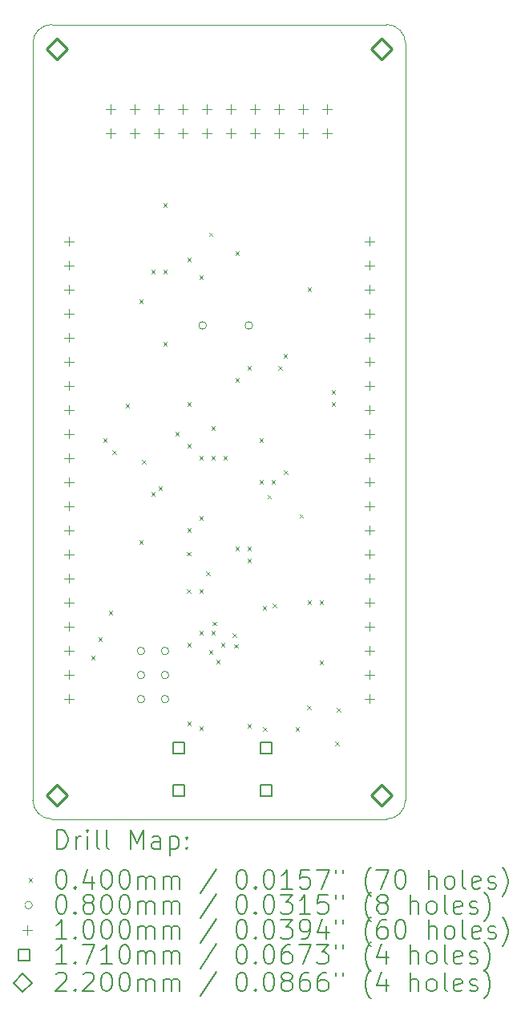
<source format=gbr>
%TF.GenerationSoftware,KiCad,Pcbnew,7.0.9*%
%TF.CreationDate,2023-12-16T00:26:45+09:00*%
%TF.ProjectId,STM32F405_dev_board,53544d33-3246-4343-9035-5f6465765f62,1.0.0*%
%TF.SameCoordinates,Original*%
%TF.FileFunction,Drillmap*%
%TF.FilePolarity,Positive*%
%FSLAX45Y45*%
G04 Gerber Fmt 4.5, Leading zero omitted, Abs format (unit mm)*
G04 Created by KiCad (PCBNEW 7.0.9) date 2023-12-16 00:26:45*
%MOMM*%
%LPD*%
G01*
G04 APERTURE LIST*
%ADD10C,0.100000*%
%ADD11C,0.200000*%
%ADD12C,0.171000*%
%ADD13C,0.220000*%
G04 APERTURE END LIST*
D10*
X16510000Y-5973000D02*
G75*
G03*
X16310000Y-5773000I-200000J0D01*
G01*
X12773000Y-5773000D02*
G75*
G03*
X12573000Y-5973000I0J-200000D01*
G01*
X16310000Y-14155000D02*
X12773000Y-14155000D01*
X16510000Y-5973000D02*
X16510000Y-13955000D01*
X12573000Y-13955000D02*
G75*
G03*
X12773000Y-14155000I200000J0D01*
G01*
X16310000Y-14155000D02*
G75*
G03*
X16510000Y-13955000I0J200000D01*
G01*
X12573000Y-13955000D02*
X12573000Y-5973000D01*
X12773000Y-5773000D02*
X16310000Y-5773000D01*
D11*
D10*
X13188000Y-12430950D02*
X13228000Y-12470950D01*
X13228000Y-12430950D02*
X13188000Y-12470950D01*
X13264200Y-12235500D02*
X13304200Y-12275500D01*
X13304200Y-12235500D02*
X13264200Y-12275500D01*
X13315000Y-10140000D02*
X13355000Y-10180000D01*
X13355000Y-10140000D02*
X13315000Y-10180000D01*
X13375960Y-11961180D02*
X13415960Y-12001180D01*
X13415960Y-11961180D02*
X13375960Y-12001180D01*
X13414550Y-10267000D02*
X13454550Y-10307000D01*
X13454550Y-10267000D02*
X13414550Y-10307000D01*
X13552270Y-9775730D02*
X13592270Y-9815730D01*
X13592270Y-9775730D02*
X13552270Y-9815730D01*
X13696000Y-8674000D02*
X13736000Y-8714000D01*
X13736000Y-8674000D02*
X13696000Y-8714000D01*
X13696000Y-11214000D02*
X13736000Y-11254000D01*
X13736000Y-11214000D02*
X13696000Y-11254000D01*
X13726480Y-10368600D02*
X13766480Y-10408600D01*
X13766480Y-10368600D02*
X13726480Y-10408600D01*
X13823000Y-8362000D02*
X13863000Y-8402000D01*
X13863000Y-8362000D02*
X13823000Y-8402000D01*
X13823000Y-10706000D02*
X13863000Y-10746000D01*
X13863000Y-10706000D02*
X13823000Y-10746000D01*
X13901027Y-10643535D02*
X13941027Y-10683535D01*
X13941027Y-10643535D02*
X13901027Y-10683535D01*
X13950000Y-7658000D02*
X13990000Y-7698000D01*
X13990000Y-7658000D02*
X13950000Y-7698000D01*
X13950000Y-8362000D02*
X13990000Y-8402000D01*
X13990000Y-8362000D02*
X13950000Y-8402000D01*
X13950000Y-9124000D02*
X13990000Y-9164000D01*
X13990000Y-9124000D02*
X13950000Y-9164000D01*
X14077000Y-10071000D02*
X14117000Y-10111000D01*
X14117000Y-10071000D02*
X14077000Y-10111000D01*
X14200500Y-11727500D02*
X14240500Y-11767500D01*
X14240500Y-11727500D02*
X14200500Y-11767500D01*
X14201837Y-11336201D02*
X14241837Y-11376201D01*
X14241837Y-11336201D02*
X14201837Y-11376201D01*
X14204000Y-8235000D02*
X14244000Y-8275000D01*
X14244000Y-8235000D02*
X14204000Y-8275000D01*
X14204000Y-9759000D02*
X14244000Y-9799000D01*
X14244000Y-9759000D02*
X14204000Y-9799000D01*
X14204000Y-10198000D02*
X14244000Y-10238000D01*
X14244000Y-10198000D02*
X14204000Y-10238000D01*
X14204000Y-11087000D02*
X14244000Y-11127000D01*
X14244000Y-11087000D02*
X14204000Y-11127000D01*
X14204000Y-12299000D02*
X14244000Y-12339000D01*
X14244000Y-12299000D02*
X14204000Y-12339000D01*
X14204000Y-13124500D02*
X14244000Y-13164500D01*
X14244000Y-13124500D02*
X14204000Y-13164500D01*
X14331000Y-8420000D02*
X14371000Y-8460000D01*
X14371000Y-8420000D02*
X14331000Y-8460000D01*
X14331000Y-10325000D02*
X14371000Y-10365000D01*
X14371000Y-10325000D02*
X14331000Y-10365000D01*
X14331000Y-10960000D02*
X14371000Y-11000000D01*
X14371000Y-10960000D02*
X14331000Y-11000000D01*
X14331000Y-11727500D02*
X14371000Y-11767500D01*
X14371000Y-11727500D02*
X14331000Y-11767500D01*
X14331000Y-12172000D02*
X14371000Y-12212000D01*
X14371000Y-12172000D02*
X14331000Y-12212000D01*
X14331000Y-13175300D02*
X14371000Y-13215300D01*
X14371000Y-13175300D02*
X14331000Y-13215300D01*
X14402120Y-11542080D02*
X14442120Y-11582080D01*
X14442120Y-11542080D02*
X14402120Y-11582080D01*
X14432600Y-12375200D02*
X14472600Y-12415200D01*
X14472600Y-12375200D02*
X14432600Y-12415200D01*
X14434605Y-7966596D02*
X14474605Y-8006596D01*
X14474605Y-7966596D02*
X14434605Y-8006596D01*
X14458000Y-10013000D02*
X14498000Y-10053000D01*
X14498000Y-10013000D02*
X14458000Y-10053000D01*
X14458000Y-10325000D02*
X14498000Y-10365000D01*
X14498000Y-10325000D02*
X14458000Y-10365000D01*
X14458000Y-12172000D02*
X14498000Y-12212000D01*
X14498000Y-12172000D02*
X14458000Y-12212000D01*
X14472950Y-12072050D02*
X14512950Y-12112050D01*
X14512950Y-12072050D02*
X14472950Y-12112050D01*
X14508800Y-12476800D02*
X14548800Y-12516800D01*
X14548800Y-12476800D02*
X14508800Y-12516800D01*
X14560501Y-12298115D02*
X14600501Y-12338115D01*
X14600501Y-12298115D02*
X14560501Y-12338115D01*
X14585000Y-10325000D02*
X14625000Y-10365000D01*
X14625000Y-10325000D02*
X14585000Y-10365000D01*
X14684256Y-12193265D02*
X14724256Y-12233265D01*
X14724256Y-12193265D02*
X14684256Y-12233265D01*
X14699765Y-12311235D02*
X14739765Y-12351235D01*
X14739765Y-12311235D02*
X14699765Y-12351235D01*
X14712000Y-8166000D02*
X14752000Y-8206000D01*
X14752000Y-8166000D02*
X14712000Y-8206000D01*
X14712000Y-9505000D02*
X14752000Y-9545000D01*
X14752000Y-9505000D02*
X14712000Y-9545000D01*
X14712000Y-11283000D02*
X14752000Y-11323000D01*
X14752000Y-11283000D02*
X14712000Y-11323000D01*
X14839000Y-9378000D02*
X14879000Y-9418000D01*
X14879000Y-9378000D02*
X14839000Y-9418000D01*
X14839000Y-11283000D02*
X14879000Y-11323000D01*
X14879000Y-11283000D02*
X14839000Y-11323000D01*
X14839000Y-11410000D02*
X14879000Y-11450000D01*
X14879000Y-11410000D02*
X14839000Y-11450000D01*
X14839000Y-13149900D02*
X14879000Y-13189900D01*
X14879000Y-13149900D02*
X14839000Y-13189900D01*
X14966000Y-10140000D02*
X15006000Y-10180000D01*
X15006000Y-10140000D02*
X14966000Y-10180000D01*
X14966000Y-10579000D02*
X15006000Y-10619000D01*
X15006000Y-10579000D02*
X14966000Y-10619000D01*
X15001560Y-11905300D02*
X15041560Y-11945300D01*
X15041560Y-11905300D02*
X15001560Y-11945300D01*
X15004100Y-13188000D02*
X15044100Y-13228000D01*
X15044100Y-13188000D02*
X15004100Y-13228000D01*
X15052360Y-10734360D02*
X15092360Y-10774360D01*
X15092360Y-10734360D02*
X15052360Y-10774360D01*
X15093000Y-10579000D02*
X15133000Y-10619000D01*
X15133000Y-10579000D02*
X15093000Y-10619000D01*
X15105700Y-11879900D02*
X15145700Y-11919900D01*
X15145700Y-11879900D02*
X15105700Y-11919900D01*
X15165450Y-9378000D02*
X15205450Y-9418000D01*
X15205450Y-9378000D02*
X15165450Y-9418000D01*
X15220000Y-9251000D02*
X15260000Y-9291000D01*
X15260000Y-9251000D02*
X15220000Y-9291000D01*
X15223407Y-10475322D02*
X15263407Y-10515322D01*
X15263407Y-10475322D02*
X15223407Y-10515322D01*
X15347000Y-13188000D02*
X15387000Y-13228000D01*
X15387000Y-13188000D02*
X15347000Y-13228000D01*
X15390912Y-10939511D02*
X15430912Y-10979511D01*
X15430912Y-10939511D02*
X15390912Y-10979511D01*
X15473570Y-12958970D02*
X15513570Y-12998970D01*
X15513570Y-12958970D02*
X15473570Y-12998970D01*
X15474000Y-8547000D02*
X15514000Y-8587000D01*
X15514000Y-8547000D02*
X15474000Y-8587000D01*
X15474000Y-11849000D02*
X15514000Y-11889000D01*
X15514000Y-11849000D02*
X15474000Y-11889000D01*
X15601000Y-11849000D02*
X15641000Y-11889000D01*
X15641000Y-11849000D02*
X15601000Y-11889000D01*
X15601000Y-12484000D02*
X15641000Y-12524000D01*
X15641000Y-12484000D02*
X15601000Y-12524000D01*
X15728000Y-9632000D02*
X15768000Y-9672000D01*
X15768000Y-9632000D02*
X15728000Y-9672000D01*
X15728000Y-9759000D02*
X15768000Y-9799000D01*
X15768000Y-9759000D02*
X15728000Y-9799000D01*
X15766100Y-13340400D02*
X15806100Y-13380400D01*
X15806100Y-13340400D02*
X15766100Y-13380400D01*
X15782550Y-12984800D02*
X15822550Y-13024800D01*
X15822550Y-12984800D02*
X15782550Y-13024800D01*
X13756000Y-12382500D02*
G75*
G03*
X13756000Y-12382500I-40000J0D01*
G01*
X13756000Y-12636500D02*
G75*
G03*
X13756000Y-12636500I-40000J0D01*
G01*
X13756000Y-12890500D02*
G75*
G03*
X13756000Y-12890500I-40000J0D01*
G01*
X14010000Y-12382500D02*
G75*
G03*
X14010000Y-12382500I-40000J0D01*
G01*
X14010000Y-12636500D02*
G75*
G03*
X14010000Y-12636500I-40000J0D01*
G01*
X14010000Y-12890500D02*
G75*
G03*
X14010000Y-12890500I-40000J0D01*
G01*
X14407000Y-8948000D02*
G75*
G03*
X14407000Y-8948000I-40000J0D01*
G01*
X14895000Y-8948000D02*
G75*
G03*
X14895000Y-8948000I-40000J0D01*
G01*
X12954000Y-8009000D02*
X12954000Y-8109000D01*
X12904000Y-8059000D02*
X13004000Y-8059000D01*
X12954000Y-8263000D02*
X12954000Y-8363000D01*
X12904000Y-8313000D02*
X13004000Y-8313000D01*
X12954000Y-8517000D02*
X12954000Y-8617000D01*
X12904000Y-8567000D02*
X13004000Y-8567000D01*
X12954000Y-8771000D02*
X12954000Y-8871000D01*
X12904000Y-8821000D02*
X13004000Y-8821000D01*
X12954000Y-9025000D02*
X12954000Y-9125000D01*
X12904000Y-9075000D02*
X13004000Y-9075000D01*
X12954000Y-9279000D02*
X12954000Y-9379000D01*
X12904000Y-9329000D02*
X13004000Y-9329000D01*
X12954000Y-9533000D02*
X12954000Y-9633000D01*
X12904000Y-9583000D02*
X13004000Y-9583000D01*
X12954000Y-9787000D02*
X12954000Y-9887000D01*
X12904000Y-9837000D02*
X13004000Y-9837000D01*
X12954000Y-10041000D02*
X12954000Y-10141000D01*
X12904000Y-10091000D02*
X13004000Y-10091000D01*
X12954000Y-10295000D02*
X12954000Y-10395000D01*
X12904000Y-10345000D02*
X13004000Y-10345000D01*
X12954000Y-10549000D02*
X12954000Y-10649000D01*
X12904000Y-10599000D02*
X13004000Y-10599000D01*
X12954000Y-10803000D02*
X12954000Y-10903000D01*
X12904000Y-10853000D02*
X13004000Y-10853000D01*
X12954000Y-11057000D02*
X12954000Y-11157000D01*
X12904000Y-11107000D02*
X13004000Y-11107000D01*
X12954000Y-11311000D02*
X12954000Y-11411000D01*
X12904000Y-11361000D02*
X13004000Y-11361000D01*
X12954000Y-11565000D02*
X12954000Y-11665000D01*
X12904000Y-11615000D02*
X13004000Y-11615000D01*
X12954000Y-11819000D02*
X12954000Y-11919000D01*
X12904000Y-11869000D02*
X13004000Y-11869000D01*
X12954000Y-12073000D02*
X12954000Y-12173000D01*
X12904000Y-12123000D02*
X13004000Y-12123000D01*
X12954000Y-12327000D02*
X12954000Y-12427000D01*
X12904000Y-12377000D02*
X13004000Y-12377000D01*
X12954000Y-12581000D02*
X12954000Y-12681000D01*
X12904000Y-12631000D02*
X13004000Y-12631000D01*
X12954000Y-12835000D02*
X12954000Y-12935000D01*
X12904000Y-12885000D02*
X13004000Y-12885000D01*
X13398500Y-6617500D02*
X13398500Y-6717500D01*
X13348500Y-6667500D02*
X13448500Y-6667500D01*
X13398500Y-6871500D02*
X13398500Y-6971500D01*
X13348500Y-6921500D02*
X13448500Y-6921500D01*
X13652500Y-6617500D02*
X13652500Y-6717500D01*
X13602500Y-6667500D02*
X13702500Y-6667500D01*
X13652500Y-6871500D02*
X13652500Y-6971500D01*
X13602500Y-6921500D02*
X13702500Y-6921500D01*
X13906500Y-6617500D02*
X13906500Y-6717500D01*
X13856500Y-6667500D02*
X13956500Y-6667500D01*
X13906500Y-6871500D02*
X13906500Y-6971500D01*
X13856500Y-6921500D02*
X13956500Y-6921500D01*
X14160500Y-6617500D02*
X14160500Y-6717500D01*
X14110500Y-6667500D02*
X14210500Y-6667500D01*
X14160500Y-6871500D02*
X14160500Y-6971500D01*
X14110500Y-6921500D02*
X14210500Y-6921500D01*
X14414500Y-6617500D02*
X14414500Y-6717500D01*
X14364500Y-6667500D02*
X14464500Y-6667500D01*
X14414500Y-6871500D02*
X14414500Y-6971500D01*
X14364500Y-6921500D02*
X14464500Y-6921500D01*
X14668500Y-6617500D02*
X14668500Y-6717500D01*
X14618500Y-6667500D02*
X14718500Y-6667500D01*
X14668500Y-6871500D02*
X14668500Y-6971500D01*
X14618500Y-6921500D02*
X14718500Y-6921500D01*
X14922500Y-6617500D02*
X14922500Y-6717500D01*
X14872500Y-6667500D02*
X14972500Y-6667500D01*
X14922500Y-6871500D02*
X14922500Y-6971500D01*
X14872500Y-6921500D02*
X14972500Y-6921500D01*
X15176500Y-6617500D02*
X15176500Y-6717500D01*
X15126500Y-6667500D02*
X15226500Y-6667500D01*
X15176500Y-6871500D02*
X15176500Y-6971500D01*
X15126500Y-6921500D02*
X15226500Y-6921500D01*
X15430500Y-6617500D02*
X15430500Y-6717500D01*
X15380500Y-6667500D02*
X15480500Y-6667500D01*
X15430500Y-6871500D02*
X15430500Y-6971500D01*
X15380500Y-6921500D02*
X15480500Y-6921500D01*
X15684500Y-6617500D02*
X15684500Y-6717500D01*
X15634500Y-6667500D02*
X15734500Y-6667500D01*
X15684500Y-6871500D02*
X15684500Y-6971500D01*
X15634500Y-6921500D02*
X15734500Y-6921500D01*
X16129000Y-8009000D02*
X16129000Y-8109000D01*
X16079000Y-8059000D02*
X16179000Y-8059000D01*
X16129000Y-8263000D02*
X16129000Y-8363000D01*
X16079000Y-8313000D02*
X16179000Y-8313000D01*
X16129000Y-8517000D02*
X16129000Y-8617000D01*
X16079000Y-8567000D02*
X16179000Y-8567000D01*
X16129000Y-8771000D02*
X16129000Y-8871000D01*
X16079000Y-8821000D02*
X16179000Y-8821000D01*
X16129000Y-9025000D02*
X16129000Y-9125000D01*
X16079000Y-9075000D02*
X16179000Y-9075000D01*
X16129000Y-9279000D02*
X16129000Y-9379000D01*
X16079000Y-9329000D02*
X16179000Y-9329000D01*
X16129000Y-9533000D02*
X16129000Y-9633000D01*
X16079000Y-9583000D02*
X16179000Y-9583000D01*
X16129000Y-9787000D02*
X16129000Y-9887000D01*
X16079000Y-9837000D02*
X16179000Y-9837000D01*
X16129000Y-10041000D02*
X16129000Y-10141000D01*
X16079000Y-10091000D02*
X16179000Y-10091000D01*
X16129000Y-10295000D02*
X16129000Y-10395000D01*
X16079000Y-10345000D02*
X16179000Y-10345000D01*
X16129000Y-10549000D02*
X16129000Y-10649000D01*
X16079000Y-10599000D02*
X16179000Y-10599000D01*
X16129000Y-10803000D02*
X16129000Y-10903000D01*
X16079000Y-10853000D02*
X16179000Y-10853000D01*
X16129000Y-11057000D02*
X16129000Y-11157000D01*
X16079000Y-11107000D02*
X16179000Y-11107000D01*
X16129000Y-11311000D02*
X16129000Y-11411000D01*
X16079000Y-11361000D02*
X16179000Y-11361000D01*
X16129000Y-11565000D02*
X16129000Y-11665000D01*
X16079000Y-11615000D02*
X16179000Y-11615000D01*
X16129000Y-11819000D02*
X16129000Y-11919000D01*
X16079000Y-11869000D02*
X16179000Y-11869000D01*
X16129000Y-12073000D02*
X16129000Y-12173000D01*
X16079000Y-12123000D02*
X16179000Y-12123000D01*
X16129000Y-12327000D02*
X16129000Y-12427000D01*
X16079000Y-12377000D02*
X16179000Y-12377000D01*
X16129000Y-12581000D02*
X16129000Y-12681000D01*
X16079000Y-12631000D02*
X16179000Y-12631000D01*
X16129000Y-12835000D02*
X16129000Y-12935000D01*
X16079000Y-12885000D02*
X16179000Y-12885000D01*
D12*
X14175258Y-13466158D02*
X14175258Y-13345242D01*
X14054342Y-13345242D01*
X14054342Y-13466158D01*
X14175258Y-13466158D01*
X14175258Y-13916158D02*
X14175258Y-13795242D01*
X14054342Y-13795242D01*
X14054342Y-13916158D01*
X14175258Y-13916158D01*
X15097258Y-13466158D02*
X15097258Y-13345242D01*
X14976342Y-13345242D01*
X14976342Y-13466158D01*
X15097258Y-13466158D01*
X15097258Y-13916158D02*
X15097258Y-13795242D01*
X14976342Y-13795242D01*
X14976342Y-13916158D01*
X15097258Y-13916158D01*
D13*
X12827000Y-6137000D02*
X12937000Y-6027000D01*
X12827000Y-5917000D01*
X12717000Y-6027000D01*
X12827000Y-6137000D01*
X12828591Y-14015335D02*
X12938591Y-13905335D01*
X12828591Y-13795335D01*
X12718591Y-13905335D01*
X12828591Y-14015335D01*
X16256000Y-6137000D02*
X16366000Y-6027000D01*
X16256000Y-5917000D01*
X16146000Y-6027000D01*
X16256000Y-6137000D01*
X16256000Y-14011000D02*
X16366000Y-13901000D01*
X16256000Y-13791000D01*
X16146000Y-13901000D01*
X16256000Y-14011000D01*
D11*
X12828777Y-14471484D02*
X12828777Y-14271484D01*
X12828777Y-14271484D02*
X12876396Y-14271484D01*
X12876396Y-14271484D02*
X12904967Y-14281008D01*
X12904967Y-14281008D02*
X12924015Y-14300055D01*
X12924015Y-14300055D02*
X12933539Y-14319103D01*
X12933539Y-14319103D02*
X12943062Y-14357198D01*
X12943062Y-14357198D02*
X12943062Y-14385769D01*
X12943062Y-14385769D02*
X12933539Y-14423865D01*
X12933539Y-14423865D02*
X12924015Y-14442912D01*
X12924015Y-14442912D02*
X12904967Y-14461960D01*
X12904967Y-14461960D02*
X12876396Y-14471484D01*
X12876396Y-14471484D02*
X12828777Y-14471484D01*
X13028777Y-14471484D02*
X13028777Y-14338150D01*
X13028777Y-14376246D02*
X13038301Y-14357198D01*
X13038301Y-14357198D02*
X13047824Y-14347674D01*
X13047824Y-14347674D02*
X13066872Y-14338150D01*
X13066872Y-14338150D02*
X13085920Y-14338150D01*
X13152586Y-14471484D02*
X13152586Y-14338150D01*
X13152586Y-14271484D02*
X13143062Y-14281008D01*
X13143062Y-14281008D02*
X13152586Y-14290531D01*
X13152586Y-14290531D02*
X13162110Y-14281008D01*
X13162110Y-14281008D02*
X13152586Y-14271484D01*
X13152586Y-14271484D02*
X13152586Y-14290531D01*
X13276396Y-14471484D02*
X13257348Y-14461960D01*
X13257348Y-14461960D02*
X13247824Y-14442912D01*
X13247824Y-14442912D02*
X13247824Y-14271484D01*
X13381158Y-14471484D02*
X13362110Y-14461960D01*
X13362110Y-14461960D02*
X13352586Y-14442912D01*
X13352586Y-14442912D02*
X13352586Y-14271484D01*
X13609729Y-14471484D02*
X13609729Y-14271484D01*
X13609729Y-14271484D02*
X13676396Y-14414341D01*
X13676396Y-14414341D02*
X13743062Y-14271484D01*
X13743062Y-14271484D02*
X13743062Y-14471484D01*
X13924015Y-14471484D02*
X13924015Y-14366722D01*
X13924015Y-14366722D02*
X13914491Y-14347674D01*
X13914491Y-14347674D02*
X13895443Y-14338150D01*
X13895443Y-14338150D02*
X13857348Y-14338150D01*
X13857348Y-14338150D02*
X13838301Y-14347674D01*
X13924015Y-14461960D02*
X13904967Y-14471484D01*
X13904967Y-14471484D02*
X13857348Y-14471484D01*
X13857348Y-14471484D02*
X13838301Y-14461960D01*
X13838301Y-14461960D02*
X13828777Y-14442912D01*
X13828777Y-14442912D02*
X13828777Y-14423865D01*
X13828777Y-14423865D02*
X13838301Y-14404817D01*
X13838301Y-14404817D02*
X13857348Y-14395293D01*
X13857348Y-14395293D02*
X13904967Y-14395293D01*
X13904967Y-14395293D02*
X13924015Y-14385769D01*
X14019253Y-14338150D02*
X14019253Y-14538150D01*
X14019253Y-14347674D02*
X14038301Y-14338150D01*
X14038301Y-14338150D02*
X14076396Y-14338150D01*
X14076396Y-14338150D02*
X14095443Y-14347674D01*
X14095443Y-14347674D02*
X14104967Y-14357198D01*
X14104967Y-14357198D02*
X14114491Y-14376246D01*
X14114491Y-14376246D02*
X14114491Y-14433388D01*
X14114491Y-14433388D02*
X14104967Y-14452436D01*
X14104967Y-14452436D02*
X14095443Y-14461960D01*
X14095443Y-14461960D02*
X14076396Y-14471484D01*
X14076396Y-14471484D02*
X14038301Y-14471484D01*
X14038301Y-14471484D02*
X14019253Y-14461960D01*
X14200205Y-14452436D02*
X14209729Y-14461960D01*
X14209729Y-14461960D02*
X14200205Y-14471484D01*
X14200205Y-14471484D02*
X14190682Y-14461960D01*
X14190682Y-14461960D02*
X14200205Y-14452436D01*
X14200205Y-14452436D02*
X14200205Y-14471484D01*
X14200205Y-14347674D02*
X14209729Y-14357198D01*
X14209729Y-14357198D02*
X14200205Y-14366722D01*
X14200205Y-14366722D02*
X14190682Y-14357198D01*
X14190682Y-14357198D02*
X14200205Y-14347674D01*
X14200205Y-14347674D02*
X14200205Y-14366722D01*
D10*
X12528000Y-14780000D02*
X12568000Y-14820000D01*
X12568000Y-14780000D02*
X12528000Y-14820000D01*
D11*
X12866872Y-14691484D02*
X12885920Y-14691484D01*
X12885920Y-14691484D02*
X12904967Y-14701008D01*
X12904967Y-14701008D02*
X12914491Y-14710531D01*
X12914491Y-14710531D02*
X12924015Y-14729579D01*
X12924015Y-14729579D02*
X12933539Y-14767674D01*
X12933539Y-14767674D02*
X12933539Y-14815293D01*
X12933539Y-14815293D02*
X12924015Y-14853388D01*
X12924015Y-14853388D02*
X12914491Y-14872436D01*
X12914491Y-14872436D02*
X12904967Y-14881960D01*
X12904967Y-14881960D02*
X12885920Y-14891484D01*
X12885920Y-14891484D02*
X12866872Y-14891484D01*
X12866872Y-14891484D02*
X12847824Y-14881960D01*
X12847824Y-14881960D02*
X12838301Y-14872436D01*
X12838301Y-14872436D02*
X12828777Y-14853388D01*
X12828777Y-14853388D02*
X12819253Y-14815293D01*
X12819253Y-14815293D02*
X12819253Y-14767674D01*
X12819253Y-14767674D02*
X12828777Y-14729579D01*
X12828777Y-14729579D02*
X12838301Y-14710531D01*
X12838301Y-14710531D02*
X12847824Y-14701008D01*
X12847824Y-14701008D02*
X12866872Y-14691484D01*
X13019253Y-14872436D02*
X13028777Y-14881960D01*
X13028777Y-14881960D02*
X13019253Y-14891484D01*
X13019253Y-14891484D02*
X13009729Y-14881960D01*
X13009729Y-14881960D02*
X13019253Y-14872436D01*
X13019253Y-14872436D02*
X13019253Y-14891484D01*
X13200205Y-14758150D02*
X13200205Y-14891484D01*
X13152586Y-14681960D02*
X13104967Y-14824817D01*
X13104967Y-14824817D02*
X13228777Y-14824817D01*
X13343062Y-14691484D02*
X13362110Y-14691484D01*
X13362110Y-14691484D02*
X13381158Y-14701008D01*
X13381158Y-14701008D02*
X13390682Y-14710531D01*
X13390682Y-14710531D02*
X13400205Y-14729579D01*
X13400205Y-14729579D02*
X13409729Y-14767674D01*
X13409729Y-14767674D02*
X13409729Y-14815293D01*
X13409729Y-14815293D02*
X13400205Y-14853388D01*
X13400205Y-14853388D02*
X13390682Y-14872436D01*
X13390682Y-14872436D02*
X13381158Y-14881960D01*
X13381158Y-14881960D02*
X13362110Y-14891484D01*
X13362110Y-14891484D02*
X13343062Y-14891484D01*
X13343062Y-14891484D02*
X13324015Y-14881960D01*
X13324015Y-14881960D02*
X13314491Y-14872436D01*
X13314491Y-14872436D02*
X13304967Y-14853388D01*
X13304967Y-14853388D02*
X13295443Y-14815293D01*
X13295443Y-14815293D02*
X13295443Y-14767674D01*
X13295443Y-14767674D02*
X13304967Y-14729579D01*
X13304967Y-14729579D02*
X13314491Y-14710531D01*
X13314491Y-14710531D02*
X13324015Y-14701008D01*
X13324015Y-14701008D02*
X13343062Y-14691484D01*
X13533539Y-14691484D02*
X13552586Y-14691484D01*
X13552586Y-14691484D02*
X13571634Y-14701008D01*
X13571634Y-14701008D02*
X13581158Y-14710531D01*
X13581158Y-14710531D02*
X13590682Y-14729579D01*
X13590682Y-14729579D02*
X13600205Y-14767674D01*
X13600205Y-14767674D02*
X13600205Y-14815293D01*
X13600205Y-14815293D02*
X13590682Y-14853388D01*
X13590682Y-14853388D02*
X13581158Y-14872436D01*
X13581158Y-14872436D02*
X13571634Y-14881960D01*
X13571634Y-14881960D02*
X13552586Y-14891484D01*
X13552586Y-14891484D02*
X13533539Y-14891484D01*
X13533539Y-14891484D02*
X13514491Y-14881960D01*
X13514491Y-14881960D02*
X13504967Y-14872436D01*
X13504967Y-14872436D02*
X13495443Y-14853388D01*
X13495443Y-14853388D02*
X13485920Y-14815293D01*
X13485920Y-14815293D02*
X13485920Y-14767674D01*
X13485920Y-14767674D02*
X13495443Y-14729579D01*
X13495443Y-14729579D02*
X13504967Y-14710531D01*
X13504967Y-14710531D02*
X13514491Y-14701008D01*
X13514491Y-14701008D02*
X13533539Y-14691484D01*
X13685920Y-14891484D02*
X13685920Y-14758150D01*
X13685920Y-14777198D02*
X13695443Y-14767674D01*
X13695443Y-14767674D02*
X13714491Y-14758150D01*
X13714491Y-14758150D02*
X13743063Y-14758150D01*
X13743063Y-14758150D02*
X13762110Y-14767674D01*
X13762110Y-14767674D02*
X13771634Y-14786722D01*
X13771634Y-14786722D02*
X13771634Y-14891484D01*
X13771634Y-14786722D02*
X13781158Y-14767674D01*
X13781158Y-14767674D02*
X13800205Y-14758150D01*
X13800205Y-14758150D02*
X13828777Y-14758150D01*
X13828777Y-14758150D02*
X13847824Y-14767674D01*
X13847824Y-14767674D02*
X13857348Y-14786722D01*
X13857348Y-14786722D02*
X13857348Y-14891484D01*
X13952586Y-14891484D02*
X13952586Y-14758150D01*
X13952586Y-14777198D02*
X13962110Y-14767674D01*
X13962110Y-14767674D02*
X13981158Y-14758150D01*
X13981158Y-14758150D02*
X14009729Y-14758150D01*
X14009729Y-14758150D02*
X14028777Y-14767674D01*
X14028777Y-14767674D02*
X14038301Y-14786722D01*
X14038301Y-14786722D02*
X14038301Y-14891484D01*
X14038301Y-14786722D02*
X14047824Y-14767674D01*
X14047824Y-14767674D02*
X14066872Y-14758150D01*
X14066872Y-14758150D02*
X14095443Y-14758150D01*
X14095443Y-14758150D02*
X14114491Y-14767674D01*
X14114491Y-14767674D02*
X14124015Y-14786722D01*
X14124015Y-14786722D02*
X14124015Y-14891484D01*
X14514491Y-14681960D02*
X14343063Y-14939103D01*
X14771634Y-14691484D02*
X14790682Y-14691484D01*
X14790682Y-14691484D02*
X14809729Y-14701008D01*
X14809729Y-14701008D02*
X14819253Y-14710531D01*
X14819253Y-14710531D02*
X14828777Y-14729579D01*
X14828777Y-14729579D02*
X14838301Y-14767674D01*
X14838301Y-14767674D02*
X14838301Y-14815293D01*
X14838301Y-14815293D02*
X14828777Y-14853388D01*
X14828777Y-14853388D02*
X14819253Y-14872436D01*
X14819253Y-14872436D02*
X14809729Y-14881960D01*
X14809729Y-14881960D02*
X14790682Y-14891484D01*
X14790682Y-14891484D02*
X14771634Y-14891484D01*
X14771634Y-14891484D02*
X14752586Y-14881960D01*
X14752586Y-14881960D02*
X14743063Y-14872436D01*
X14743063Y-14872436D02*
X14733539Y-14853388D01*
X14733539Y-14853388D02*
X14724015Y-14815293D01*
X14724015Y-14815293D02*
X14724015Y-14767674D01*
X14724015Y-14767674D02*
X14733539Y-14729579D01*
X14733539Y-14729579D02*
X14743063Y-14710531D01*
X14743063Y-14710531D02*
X14752586Y-14701008D01*
X14752586Y-14701008D02*
X14771634Y-14691484D01*
X14924015Y-14872436D02*
X14933539Y-14881960D01*
X14933539Y-14881960D02*
X14924015Y-14891484D01*
X14924015Y-14891484D02*
X14914491Y-14881960D01*
X14914491Y-14881960D02*
X14924015Y-14872436D01*
X14924015Y-14872436D02*
X14924015Y-14891484D01*
X15057348Y-14691484D02*
X15076396Y-14691484D01*
X15076396Y-14691484D02*
X15095444Y-14701008D01*
X15095444Y-14701008D02*
X15104967Y-14710531D01*
X15104967Y-14710531D02*
X15114491Y-14729579D01*
X15114491Y-14729579D02*
X15124015Y-14767674D01*
X15124015Y-14767674D02*
X15124015Y-14815293D01*
X15124015Y-14815293D02*
X15114491Y-14853388D01*
X15114491Y-14853388D02*
X15104967Y-14872436D01*
X15104967Y-14872436D02*
X15095444Y-14881960D01*
X15095444Y-14881960D02*
X15076396Y-14891484D01*
X15076396Y-14891484D02*
X15057348Y-14891484D01*
X15057348Y-14891484D02*
X15038301Y-14881960D01*
X15038301Y-14881960D02*
X15028777Y-14872436D01*
X15028777Y-14872436D02*
X15019253Y-14853388D01*
X15019253Y-14853388D02*
X15009729Y-14815293D01*
X15009729Y-14815293D02*
X15009729Y-14767674D01*
X15009729Y-14767674D02*
X15019253Y-14729579D01*
X15019253Y-14729579D02*
X15028777Y-14710531D01*
X15028777Y-14710531D02*
X15038301Y-14701008D01*
X15038301Y-14701008D02*
X15057348Y-14691484D01*
X15314491Y-14891484D02*
X15200206Y-14891484D01*
X15257348Y-14891484D02*
X15257348Y-14691484D01*
X15257348Y-14691484D02*
X15238301Y-14720055D01*
X15238301Y-14720055D02*
X15219253Y-14739103D01*
X15219253Y-14739103D02*
X15200206Y-14748627D01*
X15495444Y-14691484D02*
X15400206Y-14691484D01*
X15400206Y-14691484D02*
X15390682Y-14786722D01*
X15390682Y-14786722D02*
X15400206Y-14777198D01*
X15400206Y-14777198D02*
X15419253Y-14767674D01*
X15419253Y-14767674D02*
X15466872Y-14767674D01*
X15466872Y-14767674D02*
X15485920Y-14777198D01*
X15485920Y-14777198D02*
X15495444Y-14786722D01*
X15495444Y-14786722D02*
X15504967Y-14805769D01*
X15504967Y-14805769D02*
X15504967Y-14853388D01*
X15504967Y-14853388D02*
X15495444Y-14872436D01*
X15495444Y-14872436D02*
X15485920Y-14881960D01*
X15485920Y-14881960D02*
X15466872Y-14891484D01*
X15466872Y-14891484D02*
X15419253Y-14891484D01*
X15419253Y-14891484D02*
X15400206Y-14881960D01*
X15400206Y-14881960D02*
X15390682Y-14872436D01*
X15571634Y-14691484D02*
X15704967Y-14691484D01*
X15704967Y-14691484D02*
X15619253Y-14891484D01*
X15771634Y-14691484D02*
X15771634Y-14729579D01*
X15847825Y-14691484D02*
X15847825Y-14729579D01*
X16143063Y-14967674D02*
X16133539Y-14958150D01*
X16133539Y-14958150D02*
X16114491Y-14929579D01*
X16114491Y-14929579D02*
X16104968Y-14910531D01*
X16104968Y-14910531D02*
X16095444Y-14881960D01*
X16095444Y-14881960D02*
X16085920Y-14834341D01*
X16085920Y-14834341D02*
X16085920Y-14796246D01*
X16085920Y-14796246D02*
X16095444Y-14748627D01*
X16095444Y-14748627D02*
X16104968Y-14720055D01*
X16104968Y-14720055D02*
X16114491Y-14701008D01*
X16114491Y-14701008D02*
X16133539Y-14672436D01*
X16133539Y-14672436D02*
X16143063Y-14662912D01*
X16200206Y-14691484D02*
X16333539Y-14691484D01*
X16333539Y-14691484D02*
X16247825Y-14891484D01*
X16447825Y-14691484D02*
X16466872Y-14691484D01*
X16466872Y-14691484D02*
X16485920Y-14701008D01*
X16485920Y-14701008D02*
X16495444Y-14710531D01*
X16495444Y-14710531D02*
X16504968Y-14729579D01*
X16504968Y-14729579D02*
X16514491Y-14767674D01*
X16514491Y-14767674D02*
X16514491Y-14815293D01*
X16514491Y-14815293D02*
X16504968Y-14853388D01*
X16504968Y-14853388D02*
X16495444Y-14872436D01*
X16495444Y-14872436D02*
X16485920Y-14881960D01*
X16485920Y-14881960D02*
X16466872Y-14891484D01*
X16466872Y-14891484D02*
X16447825Y-14891484D01*
X16447825Y-14891484D02*
X16428777Y-14881960D01*
X16428777Y-14881960D02*
X16419253Y-14872436D01*
X16419253Y-14872436D02*
X16409729Y-14853388D01*
X16409729Y-14853388D02*
X16400206Y-14815293D01*
X16400206Y-14815293D02*
X16400206Y-14767674D01*
X16400206Y-14767674D02*
X16409729Y-14729579D01*
X16409729Y-14729579D02*
X16419253Y-14710531D01*
X16419253Y-14710531D02*
X16428777Y-14701008D01*
X16428777Y-14701008D02*
X16447825Y-14691484D01*
X16752587Y-14891484D02*
X16752587Y-14691484D01*
X16838301Y-14891484D02*
X16838301Y-14786722D01*
X16838301Y-14786722D02*
X16828777Y-14767674D01*
X16828777Y-14767674D02*
X16809730Y-14758150D01*
X16809730Y-14758150D02*
X16781158Y-14758150D01*
X16781158Y-14758150D02*
X16762110Y-14767674D01*
X16762110Y-14767674D02*
X16752587Y-14777198D01*
X16962111Y-14891484D02*
X16943063Y-14881960D01*
X16943063Y-14881960D02*
X16933539Y-14872436D01*
X16933539Y-14872436D02*
X16924015Y-14853388D01*
X16924015Y-14853388D02*
X16924015Y-14796246D01*
X16924015Y-14796246D02*
X16933539Y-14777198D01*
X16933539Y-14777198D02*
X16943063Y-14767674D01*
X16943063Y-14767674D02*
X16962111Y-14758150D01*
X16962111Y-14758150D02*
X16990682Y-14758150D01*
X16990682Y-14758150D02*
X17009730Y-14767674D01*
X17009730Y-14767674D02*
X17019253Y-14777198D01*
X17019253Y-14777198D02*
X17028777Y-14796246D01*
X17028777Y-14796246D02*
X17028777Y-14853388D01*
X17028777Y-14853388D02*
X17019253Y-14872436D01*
X17019253Y-14872436D02*
X17009730Y-14881960D01*
X17009730Y-14881960D02*
X16990682Y-14891484D01*
X16990682Y-14891484D02*
X16962111Y-14891484D01*
X17143063Y-14891484D02*
X17124015Y-14881960D01*
X17124015Y-14881960D02*
X17114492Y-14862912D01*
X17114492Y-14862912D02*
X17114492Y-14691484D01*
X17295444Y-14881960D02*
X17276396Y-14891484D01*
X17276396Y-14891484D02*
X17238301Y-14891484D01*
X17238301Y-14891484D02*
X17219253Y-14881960D01*
X17219253Y-14881960D02*
X17209730Y-14862912D01*
X17209730Y-14862912D02*
X17209730Y-14786722D01*
X17209730Y-14786722D02*
X17219253Y-14767674D01*
X17219253Y-14767674D02*
X17238301Y-14758150D01*
X17238301Y-14758150D02*
X17276396Y-14758150D01*
X17276396Y-14758150D02*
X17295444Y-14767674D01*
X17295444Y-14767674D02*
X17304968Y-14786722D01*
X17304968Y-14786722D02*
X17304968Y-14805769D01*
X17304968Y-14805769D02*
X17209730Y-14824817D01*
X17381158Y-14881960D02*
X17400206Y-14891484D01*
X17400206Y-14891484D02*
X17438301Y-14891484D01*
X17438301Y-14891484D02*
X17457349Y-14881960D01*
X17457349Y-14881960D02*
X17466873Y-14862912D01*
X17466873Y-14862912D02*
X17466873Y-14853388D01*
X17466873Y-14853388D02*
X17457349Y-14834341D01*
X17457349Y-14834341D02*
X17438301Y-14824817D01*
X17438301Y-14824817D02*
X17409730Y-14824817D01*
X17409730Y-14824817D02*
X17390682Y-14815293D01*
X17390682Y-14815293D02*
X17381158Y-14796246D01*
X17381158Y-14796246D02*
X17381158Y-14786722D01*
X17381158Y-14786722D02*
X17390682Y-14767674D01*
X17390682Y-14767674D02*
X17409730Y-14758150D01*
X17409730Y-14758150D02*
X17438301Y-14758150D01*
X17438301Y-14758150D02*
X17457349Y-14767674D01*
X17533539Y-14967674D02*
X17543063Y-14958150D01*
X17543063Y-14958150D02*
X17562111Y-14929579D01*
X17562111Y-14929579D02*
X17571634Y-14910531D01*
X17571634Y-14910531D02*
X17581158Y-14881960D01*
X17581158Y-14881960D02*
X17590682Y-14834341D01*
X17590682Y-14834341D02*
X17590682Y-14796246D01*
X17590682Y-14796246D02*
X17581158Y-14748627D01*
X17581158Y-14748627D02*
X17571634Y-14720055D01*
X17571634Y-14720055D02*
X17562111Y-14701008D01*
X17562111Y-14701008D02*
X17543063Y-14672436D01*
X17543063Y-14672436D02*
X17533539Y-14662912D01*
D10*
X12568000Y-15064000D02*
G75*
G03*
X12568000Y-15064000I-40000J0D01*
G01*
D11*
X12866872Y-14955484D02*
X12885920Y-14955484D01*
X12885920Y-14955484D02*
X12904967Y-14965008D01*
X12904967Y-14965008D02*
X12914491Y-14974531D01*
X12914491Y-14974531D02*
X12924015Y-14993579D01*
X12924015Y-14993579D02*
X12933539Y-15031674D01*
X12933539Y-15031674D02*
X12933539Y-15079293D01*
X12933539Y-15079293D02*
X12924015Y-15117388D01*
X12924015Y-15117388D02*
X12914491Y-15136436D01*
X12914491Y-15136436D02*
X12904967Y-15145960D01*
X12904967Y-15145960D02*
X12885920Y-15155484D01*
X12885920Y-15155484D02*
X12866872Y-15155484D01*
X12866872Y-15155484D02*
X12847824Y-15145960D01*
X12847824Y-15145960D02*
X12838301Y-15136436D01*
X12838301Y-15136436D02*
X12828777Y-15117388D01*
X12828777Y-15117388D02*
X12819253Y-15079293D01*
X12819253Y-15079293D02*
X12819253Y-15031674D01*
X12819253Y-15031674D02*
X12828777Y-14993579D01*
X12828777Y-14993579D02*
X12838301Y-14974531D01*
X12838301Y-14974531D02*
X12847824Y-14965008D01*
X12847824Y-14965008D02*
X12866872Y-14955484D01*
X13019253Y-15136436D02*
X13028777Y-15145960D01*
X13028777Y-15145960D02*
X13019253Y-15155484D01*
X13019253Y-15155484D02*
X13009729Y-15145960D01*
X13009729Y-15145960D02*
X13019253Y-15136436D01*
X13019253Y-15136436D02*
X13019253Y-15155484D01*
X13143062Y-15041198D02*
X13124015Y-15031674D01*
X13124015Y-15031674D02*
X13114491Y-15022150D01*
X13114491Y-15022150D02*
X13104967Y-15003103D01*
X13104967Y-15003103D02*
X13104967Y-14993579D01*
X13104967Y-14993579D02*
X13114491Y-14974531D01*
X13114491Y-14974531D02*
X13124015Y-14965008D01*
X13124015Y-14965008D02*
X13143062Y-14955484D01*
X13143062Y-14955484D02*
X13181158Y-14955484D01*
X13181158Y-14955484D02*
X13200205Y-14965008D01*
X13200205Y-14965008D02*
X13209729Y-14974531D01*
X13209729Y-14974531D02*
X13219253Y-14993579D01*
X13219253Y-14993579D02*
X13219253Y-15003103D01*
X13219253Y-15003103D02*
X13209729Y-15022150D01*
X13209729Y-15022150D02*
X13200205Y-15031674D01*
X13200205Y-15031674D02*
X13181158Y-15041198D01*
X13181158Y-15041198D02*
X13143062Y-15041198D01*
X13143062Y-15041198D02*
X13124015Y-15050722D01*
X13124015Y-15050722D02*
X13114491Y-15060246D01*
X13114491Y-15060246D02*
X13104967Y-15079293D01*
X13104967Y-15079293D02*
X13104967Y-15117388D01*
X13104967Y-15117388D02*
X13114491Y-15136436D01*
X13114491Y-15136436D02*
X13124015Y-15145960D01*
X13124015Y-15145960D02*
X13143062Y-15155484D01*
X13143062Y-15155484D02*
X13181158Y-15155484D01*
X13181158Y-15155484D02*
X13200205Y-15145960D01*
X13200205Y-15145960D02*
X13209729Y-15136436D01*
X13209729Y-15136436D02*
X13219253Y-15117388D01*
X13219253Y-15117388D02*
X13219253Y-15079293D01*
X13219253Y-15079293D02*
X13209729Y-15060246D01*
X13209729Y-15060246D02*
X13200205Y-15050722D01*
X13200205Y-15050722D02*
X13181158Y-15041198D01*
X13343062Y-14955484D02*
X13362110Y-14955484D01*
X13362110Y-14955484D02*
X13381158Y-14965008D01*
X13381158Y-14965008D02*
X13390682Y-14974531D01*
X13390682Y-14974531D02*
X13400205Y-14993579D01*
X13400205Y-14993579D02*
X13409729Y-15031674D01*
X13409729Y-15031674D02*
X13409729Y-15079293D01*
X13409729Y-15079293D02*
X13400205Y-15117388D01*
X13400205Y-15117388D02*
X13390682Y-15136436D01*
X13390682Y-15136436D02*
X13381158Y-15145960D01*
X13381158Y-15145960D02*
X13362110Y-15155484D01*
X13362110Y-15155484D02*
X13343062Y-15155484D01*
X13343062Y-15155484D02*
X13324015Y-15145960D01*
X13324015Y-15145960D02*
X13314491Y-15136436D01*
X13314491Y-15136436D02*
X13304967Y-15117388D01*
X13304967Y-15117388D02*
X13295443Y-15079293D01*
X13295443Y-15079293D02*
X13295443Y-15031674D01*
X13295443Y-15031674D02*
X13304967Y-14993579D01*
X13304967Y-14993579D02*
X13314491Y-14974531D01*
X13314491Y-14974531D02*
X13324015Y-14965008D01*
X13324015Y-14965008D02*
X13343062Y-14955484D01*
X13533539Y-14955484D02*
X13552586Y-14955484D01*
X13552586Y-14955484D02*
X13571634Y-14965008D01*
X13571634Y-14965008D02*
X13581158Y-14974531D01*
X13581158Y-14974531D02*
X13590682Y-14993579D01*
X13590682Y-14993579D02*
X13600205Y-15031674D01*
X13600205Y-15031674D02*
X13600205Y-15079293D01*
X13600205Y-15079293D02*
X13590682Y-15117388D01*
X13590682Y-15117388D02*
X13581158Y-15136436D01*
X13581158Y-15136436D02*
X13571634Y-15145960D01*
X13571634Y-15145960D02*
X13552586Y-15155484D01*
X13552586Y-15155484D02*
X13533539Y-15155484D01*
X13533539Y-15155484D02*
X13514491Y-15145960D01*
X13514491Y-15145960D02*
X13504967Y-15136436D01*
X13504967Y-15136436D02*
X13495443Y-15117388D01*
X13495443Y-15117388D02*
X13485920Y-15079293D01*
X13485920Y-15079293D02*
X13485920Y-15031674D01*
X13485920Y-15031674D02*
X13495443Y-14993579D01*
X13495443Y-14993579D02*
X13504967Y-14974531D01*
X13504967Y-14974531D02*
X13514491Y-14965008D01*
X13514491Y-14965008D02*
X13533539Y-14955484D01*
X13685920Y-15155484D02*
X13685920Y-15022150D01*
X13685920Y-15041198D02*
X13695443Y-15031674D01*
X13695443Y-15031674D02*
X13714491Y-15022150D01*
X13714491Y-15022150D02*
X13743063Y-15022150D01*
X13743063Y-15022150D02*
X13762110Y-15031674D01*
X13762110Y-15031674D02*
X13771634Y-15050722D01*
X13771634Y-15050722D02*
X13771634Y-15155484D01*
X13771634Y-15050722D02*
X13781158Y-15031674D01*
X13781158Y-15031674D02*
X13800205Y-15022150D01*
X13800205Y-15022150D02*
X13828777Y-15022150D01*
X13828777Y-15022150D02*
X13847824Y-15031674D01*
X13847824Y-15031674D02*
X13857348Y-15050722D01*
X13857348Y-15050722D02*
X13857348Y-15155484D01*
X13952586Y-15155484D02*
X13952586Y-15022150D01*
X13952586Y-15041198D02*
X13962110Y-15031674D01*
X13962110Y-15031674D02*
X13981158Y-15022150D01*
X13981158Y-15022150D02*
X14009729Y-15022150D01*
X14009729Y-15022150D02*
X14028777Y-15031674D01*
X14028777Y-15031674D02*
X14038301Y-15050722D01*
X14038301Y-15050722D02*
X14038301Y-15155484D01*
X14038301Y-15050722D02*
X14047824Y-15031674D01*
X14047824Y-15031674D02*
X14066872Y-15022150D01*
X14066872Y-15022150D02*
X14095443Y-15022150D01*
X14095443Y-15022150D02*
X14114491Y-15031674D01*
X14114491Y-15031674D02*
X14124015Y-15050722D01*
X14124015Y-15050722D02*
X14124015Y-15155484D01*
X14514491Y-14945960D02*
X14343063Y-15203103D01*
X14771634Y-14955484D02*
X14790682Y-14955484D01*
X14790682Y-14955484D02*
X14809729Y-14965008D01*
X14809729Y-14965008D02*
X14819253Y-14974531D01*
X14819253Y-14974531D02*
X14828777Y-14993579D01*
X14828777Y-14993579D02*
X14838301Y-15031674D01*
X14838301Y-15031674D02*
X14838301Y-15079293D01*
X14838301Y-15079293D02*
X14828777Y-15117388D01*
X14828777Y-15117388D02*
X14819253Y-15136436D01*
X14819253Y-15136436D02*
X14809729Y-15145960D01*
X14809729Y-15145960D02*
X14790682Y-15155484D01*
X14790682Y-15155484D02*
X14771634Y-15155484D01*
X14771634Y-15155484D02*
X14752586Y-15145960D01*
X14752586Y-15145960D02*
X14743063Y-15136436D01*
X14743063Y-15136436D02*
X14733539Y-15117388D01*
X14733539Y-15117388D02*
X14724015Y-15079293D01*
X14724015Y-15079293D02*
X14724015Y-15031674D01*
X14724015Y-15031674D02*
X14733539Y-14993579D01*
X14733539Y-14993579D02*
X14743063Y-14974531D01*
X14743063Y-14974531D02*
X14752586Y-14965008D01*
X14752586Y-14965008D02*
X14771634Y-14955484D01*
X14924015Y-15136436D02*
X14933539Y-15145960D01*
X14933539Y-15145960D02*
X14924015Y-15155484D01*
X14924015Y-15155484D02*
X14914491Y-15145960D01*
X14914491Y-15145960D02*
X14924015Y-15136436D01*
X14924015Y-15136436D02*
X14924015Y-15155484D01*
X15057348Y-14955484D02*
X15076396Y-14955484D01*
X15076396Y-14955484D02*
X15095444Y-14965008D01*
X15095444Y-14965008D02*
X15104967Y-14974531D01*
X15104967Y-14974531D02*
X15114491Y-14993579D01*
X15114491Y-14993579D02*
X15124015Y-15031674D01*
X15124015Y-15031674D02*
X15124015Y-15079293D01*
X15124015Y-15079293D02*
X15114491Y-15117388D01*
X15114491Y-15117388D02*
X15104967Y-15136436D01*
X15104967Y-15136436D02*
X15095444Y-15145960D01*
X15095444Y-15145960D02*
X15076396Y-15155484D01*
X15076396Y-15155484D02*
X15057348Y-15155484D01*
X15057348Y-15155484D02*
X15038301Y-15145960D01*
X15038301Y-15145960D02*
X15028777Y-15136436D01*
X15028777Y-15136436D02*
X15019253Y-15117388D01*
X15019253Y-15117388D02*
X15009729Y-15079293D01*
X15009729Y-15079293D02*
X15009729Y-15031674D01*
X15009729Y-15031674D02*
X15019253Y-14993579D01*
X15019253Y-14993579D02*
X15028777Y-14974531D01*
X15028777Y-14974531D02*
X15038301Y-14965008D01*
X15038301Y-14965008D02*
X15057348Y-14955484D01*
X15190682Y-14955484D02*
X15314491Y-14955484D01*
X15314491Y-14955484D02*
X15247825Y-15031674D01*
X15247825Y-15031674D02*
X15276396Y-15031674D01*
X15276396Y-15031674D02*
X15295444Y-15041198D01*
X15295444Y-15041198D02*
X15304967Y-15050722D01*
X15304967Y-15050722D02*
X15314491Y-15069769D01*
X15314491Y-15069769D02*
X15314491Y-15117388D01*
X15314491Y-15117388D02*
X15304967Y-15136436D01*
X15304967Y-15136436D02*
X15295444Y-15145960D01*
X15295444Y-15145960D02*
X15276396Y-15155484D01*
X15276396Y-15155484D02*
X15219253Y-15155484D01*
X15219253Y-15155484D02*
X15200206Y-15145960D01*
X15200206Y-15145960D02*
X15190682Y-15136436D01*
X15504967Y-15155484D02*
X15390682Y-15155484D01*
X15447825Y-15155484D02*
X15447825Y-14955484D01*
X15447825Y-14955484D02*
X15428777Y-14984055D01*
X15428777Y-14984055D02*
X15409729Y-15003103D01*
X15409729Y-15003103D02*
X15390682Y-15012627D01*
X15685920Y-14955484D02*
X15590682Y-14955484D01*
X15590682Y-14955484D02*
X15581158Y-15050722D01*
X15581158Y-15050722D02*
X15590682Y-15041198D01*
X15590682Y-15041198D02*
X15609729Y-15031674D01*
X15609729Y-15031674D02*
X15657348Y-15031674D01*
X15657348Y-15031674D02*
X15676396Y-15041198D01*
X15676396Y-15041198D02*
X15685920Y-15050722D01*
X15685920Y-15050722D02*
X15695444Y-15069769D01*
X15695444Y-15069769D02*
X15695444Y-15117388D01*
X15695444Y-15117388D02*
X15685920Y-15136436D01*
X15685920Y-15136436D02*
X15676396Y-15145960D01*
X15676396Y-15145960D02*
X15657348Y-15155484D01*
X15657348Y-15155484D02*
X15609729Y-15155484D01*
X15609729Y-15155484D02*
X15590682Y-15145960D01*
X15590682Y-15145960D02*
X15581158Y-15136436D01*
X15771634Y-14955484D02*
X15771634Y-14993579D01*
X15847825Y-14955484D02*
X15847825Y-14993579D01*
X16143063Y-15231674D02*
X16133539Y-15222150D01*
X16133539Y-15222150D02*
X16114491Y-15193579D01*
X16114491Y-15193579D02*
X16104968Y-15174531D01*
X16104968Y-15174531D02*
X16095444Y-15145960D01*
X16095444Y-15145960D02*
X16085920Y-15098341D01*
X16085920Y-15098341D02*
X16085920Y-15060246D01*
X16085920Y-15060246D02*
X16095444Y-15012627D01*
X16095444Y-15012627D02*
X16104968Y-14984055D01*
X16104968Y-14984055D02*
X16114491Y-14965008D01*
X16114491Y-14965008D02*
X16133539Y-14936436D01*
X16133539Y-14936436D02*
X16143063Y-14926912D01*
X16247825Y-15041198D02*
X16228777Y-15031674D01*
X16228777Y-15031674D02*
X16219253Y-15022150D01*
X16219253Y-15022150D02*
X16209729Y-15003103D01*
X16209729Y-15003103D02*
X16209729Y-14993579D01*
X16209729Y-14993579D02*
X16219253Y-14974531D01*
X16219253Y-14974531D02*
X16228777Y-14965008D01*
X16228777Y-14965008D02*
X16247825Y-14955484D01*
X16247825Y-14955484D02*
X16285920Y-14955484D01*
X16285920Y-14955484D02*
X16304968Y-14965008D01*
X16304968Y-14965008D02*
X16314491Y-14974531D01*
X16314491Y-14974531D02*
X16324015Y-14993579D01*
X16324015Y-14993579D02*
X16324015Y-15003103D01*
X16324015Y-15003103D02*
X16314491Y-15022150D01*
X16314491Y-15022150D02*
X16304968Y-15031674D01*
X16304968Y-15031674D02*
X16285920Y-15041198D01*
X16285920Y-15041198D02*
X16247825Y-15041198D01*
X16247825Y-15041198D02*
X16228777Y-15050722D01*
X16228777Y-15050722D02*
X16219253Y-15060246D01*
X16219253Y-15060246D02*
X16209729Y-15079293D01*
X16209729Y-15079293D02*
X16209729Y-15117388D01*
X16209729Y-15117388D02*
X16219253Y-15136436D01*
X16219253Y-15136436D02*
X16228777Y-15145960D01*
X16228777Y-15145960D02*
X16247825Y-15155484D01*
X16247825Y-15155484D02*
X16285920Y-15155484D01*
X16285920Y-15155484D02*
X16304968Y-15145960D01*
X16304968Y-15145960D02*
X16314491Y-15136436D01*
X16314491Y-15136436D02*
X16324015Y-15117388D01*
X16324015Y-15117388D02*
X16324015Y-15079293D01*
X16324015Y-15079293D02*
X16314491Y-15060246D01*
X16314491Y-15060246D02*
X16304968Y-15050722D01*
X16304968Y-15050722D02*
X16285920Y-15041198D01*
X16562110Y-15155484D02*
X16562110Y-14955484D01*
X16647825Y-15155484D02*
X16647825Y-15050722D01*
X16647825Y-15050722D02*
X16638301Y-15031674D01*
X16638301Y-15031674D02*
X16619253Y-15022150D01*
X16619253Y-15022150D02*
X16590682Y-15022150D01*
X16590682Y-15022150D02*
X16571634Y-15031674D01*
X16571634Y-15031674D02*
X16562110Y-15041198D01*
X16771634Y-15155484D02*
X16752587Y-15145960D01*
X16752587Y-15145960D02*
X16743063Y-15136436D01*
X16743063Y-15136436D02*
X16733539Y-15117388D01*
X16733539Y-15117388D02*
X16733539Y-15060246D01*
X16733539Y-15060246D02*
X16743063Y-15041198D01*
X16743063Y-15041198D02*
X16752587Y-15031674D01*
X16752587Y-15031674D02*
X16771634Y-15022150D01*
X16771634Y-15022150D02*
X16800206Y-15022150D01*
X16800206Y-15022150D02*
X16819253Y-15031674D01*
X16819253Y-15031674D02*
X16828777Y-15041198D01*
X16828777Y-15041198D02*
X16838301Y-15060246D01*
X16838301Y-15060246D02*
X16838301Y-15117388D01*
X16838301Y-15117388D02*
X16828777Y-15136436D01*
X16828777Y-15136436D02*
X16819253Y-15145960D01*
X16819253Y-15145960D02*
X16800206Y-15155484D01*
X16800206Y-15155484D02*
X16771634Y-15155484D01*
X16952587Y-15155484D02*
X16933539Y-15145960D01*
X16933539Y-15145960D02*
X16924015Y-15126912D01*
X16924015Y-15126912D02*
X16924015Y-14955484D01*
X17104968Y-15145960D02*
X17085920Y-15155484D01*
X17085920Y-15155484D02*
X17047825Y-15155484D01*
X17047825Y-15155484D02*
X17028777Y-15145960D01*
X17028777Y-15145960D02*
X17019253Y-15126912D01*
X17019253Y-15126912D02*
X17019253Y-15050722D01*
X17019253Y-15050722D02*
X17028777Y-15031674D01*
X17028777Y-15031674D02*
X17047825Y-15022150D01*
X17047825Y-15022150D02*
X17085920Y-15022150D01*
X17085920Y-15022150D02*
X17104968Y-15031674D01*
X17104968Y-15031674D02*
X17114492Y-15050722D01*
X17114492Y-15050722D02*
X17114492Y-15069769D01*
X17114492Y-15069769D02*
X17019253Y-15088817D01*
X17190682Y-15145960D02*
X17209730Y-15155484D01*
X17209730Y-15155484D02*
X17247825Y-15155484D01*
X17247825Y-15155484D02*
X17266873Y-15145960D01*
X17266873Y-15145960D02*
X17276396Y-15126912D01*
X17276396Y-15126912D02*
X17276396Y-15117388D01*
X17276396Y-15117388D02*
X17266873Y-15098341D01*
X17266873Y-15098341D02*
X17247825Y-15088817D01*
X17247825Y-15088817D02*
X17219253Y-15088817D01*
X17219253Y-15088817D02*
X17200206Y-15079293D01*
X17200206Y-15079293D02*
X17190682Y-15060246D01*
X17190682Y-15060246D02*
X17190682Y-15050722D01*
X17190682Y-15050722D02*
X17200206Y-15031674D01*
X17200206Y-15031674D02*
X17219253Y-15022150D01*
X17219253Y-15022150D02*
X17247825Y-15022150D01*
X17247825Y-15022150D02*
X17266873Y-15031674D01*
X17343063Y-15231674D02*
X17352587Y-15222150D01*
X17352587Y-15222150D02*
X17371634Y-15193579D01*
X17371634Y-15193579D02*
X17381158Y-15174531D01*
X17381158Y-15174531D02*
X17390682Y-15145960D01*
X17390682Y-15145960D02*
X17400206Y-15098341D01*
X17400206Y-15098341D02*
X17400206Y-15060246D01*
X17400206Y-15060246D02*
X17390682Y-15012627D01*
X17390682Y-15012627D02*
X17381158Y-14984055D01*
X17381158Y-14984055D02*
X17371634Y-14965008D01*
X17371634Y-14965008D02*
X17352587Y-14936436D01*
X17352587Y-14936436D02*
X17343063Y-14926912D01*
D10*
X12518000Y-15278000D02*
X12518000Y-15378000D01*
X12468000Y-15328000D02*
X12568000Y-15328000D01*
D11*
X12933539Y-15419484D02*
X12819253Y-15419484D01*
X12876396Y-15419484D02*
X12876396Y-15219484D01*
X12876396Y-15219484D02*
X12857348Y-15248055D01*
X12857348Y-15248055D02*
X12838301Y-15267103D01*
X12838301Y-15267103D02*
X12819253Y-15276627D01*
X13019253Y-15400436D02*
X13028777Y-15409960D01*
X13028777Y-15409960D02*
X13019253Y-15419484D01*
X13019253Y-15419484D02*
X13009729Y-15409960D01*
X13009729Y-15409960D02*
X13019253Y-15400436D01*
X13019253Y-15400436D02*
X13019253Y-15419484D01*
X13152586Y-15219484D02*
X13171634Y-15219484D01*
X13171634Y-15219484D02*
X13190682Y-15229008D01*
X13190682Y-15229008D02*
X13200205Y-15238531D01*
X13200205Y-15238531D02*
X13209729Y-15257579D01*
X13209729Y-15257579D02*
X13219253Y-15295674D01*
X13219253Y-15295674D02*
X13219253Y-15343293D01*
X13219253Y-15343293D02*
X13209729Y-15381388D01*
X13209729Y-15381388D02*
X13200205Y-15400436D01*
X13200205Y-15400436D02*
X13190682Y-15409960D01*
X13190682Y-15409960D02*
X13171634Y-15419484D01*
X13171634Y-15419484D02*
X13152586Y-15419484D01*
X13152586Y-15419484D02*
X13133539Y-15409960D01*
X13133539Y-15409960D02*
X13124015Y-15400436D01*
X13124015Y-15400436D02*
X13114491Y-15381388D01*
X13114491Y-15381388D02*
X13104967Y-15343293D01*
X13104967Y-15343293D02*
X13104967Y-15295674D01*
X13104967Y-15295674D02*
X13114491Y-15257579D01*
X13114491Y-15257579D02*
X13124015Y-15238531D01*
X13124015Y-15238531D02*
X13133539Y-15229008D01*
X13133539Y-15229008D02*
X13152586Y-15219484D01*
X13343062Y-15219484D02*
X13362110Y-15219484D01*
X13362110Y-15219484D02*
X13381158Y-15229008D01*
X13381158Y-15229008D02*
X13390682Y-15238531D01*
X13390682Y-15238531D02*
X13400205Y-15257579D01*
X13400205Y-15257579D02*
X13409729Y-15295674D01*
X13409729Y-15295674D02*
X13409729Y-15343293D01*
X13409729Y-15343293D02*
X13400205Y-15381388D01*
X13400205Y-15381388D02*
X13390682Y-15400436D01*
X13390682Y-15400436D02*
X13381158Y-15409960D01*
X13381158Y-15409960D02*
X13362110Y-15419484D01*
X13362110Y-15419484D02*
X13343062Y-15419484D01*
X13343062Y-15419484D02*
X13324015Y-15409960D01*
X13324015Y-15409960D02*
X13314491Y-15400436D01*
X13314491Y-15400436D02*
X13304967Y-15381388D01*
X13304967Y-15381388D02*
X13295443Y-15343293D01*
X13295443Y-15343293D02*
X13295443Y-15295674D01*
X13295443Y-15295674D02*
X13304967Y-15257579D01*
X13304967Y-15257579D02*
X13314491Y-15238531D01*
X13314491Y-15238531D02*
X13324015Y-15229008D01*
X13324015Y-15229008D02*
X13343062Y-15219484D01*
X13533539Y-15219484D02*
X13552586Y-15219484D01*
X13552586Y-15219484D02*
X13571634Y-15229008D01*
X13571634Y-15229008D02*
X13581158Y-15238531D01*
X13581158Y-15238531D02*
X13590682Y-15257579D01*
X13590682Y-15257579D02*
X13600205Y-15295674D01*
X13600205Y-15295674D02*
X13600205Y-15343293D01*
X13600205Y-15343293D02*
X13590682Y-15381388D01*
X13590682Y-15381388D02*
X13581158Y-15400436D01*
X13581158Y-15400436D02*
X13571634Y-15409960D01*
X13571634Y-15409960D02*
X13552586Y-15419484D01*
X13552586Y-15419484D02*
X13533539Y-15419484D01*
X13533539Y-15419484D02*
X13514491Y-15409960D01*
X13514491Y-15409960D02*
X13504967Y-15400436D01*
X13504967Y-15400436D02*
X13495443Y-15381388D01*
X13495443Y-15381388D02*
X13485920Y-15343293D01*
X13485920Y-15343293D02*
X13485920Y-15295674D01*
X13485920Y-15295674D02*
X13495443Y-15257579D01*
X13495443Y-15257579D02*
X13504967Y-15238531D01*
X13504967Y-15238531D02*
X13514491Y-15229008D01*
X13514491Y-15229008D02*
X13533539Y-15219484D01*
X13685920Y-15419484D02*
X13685920Y-15286150D01*
X13685920Y-15305198D02*
X13695443Y-15295674D01*
X13695443Y-15295674D02*
X13714491Y-15286150D01*
X13714491Y-15286150D02*
X13743063Y-15286150D01*
X13743063Y-15286150D02*
X13762110Y-15295674D01*
X13762110Y-15295674D02*
X13771634Y-15314722D01*
X13771634Y-15314722D02*
X13771634Y-15419484D01*
X13771634Y-15314722D02*
X13781158Y-15295674D01*
X13781158Y-15295674D02*
X13800205Y-15286150D01*
X13800205Y-15286150D02*
X13828777Y-15286150D01*
X13828777Y-15286150D02*
X13847824Y-15295674D01*
X13847824Y-15295674D02*
X13857348Y-15314722D01*
X13857348Y-15314722D02*
X13857348Y-15419484D01*
X13952586Y-15419484D02*
X13952586Y-15286150D01*
X13952586Y-15305198D02*
X13962110Y-15295674D01*
X13962110Y-15295674D02*
X13981158Y-15286150D01*
X13981158Y-15286150D02*
X14009729Y-15286150D01*
X14009729Y-15286150D02*
X14028777Y-15295674D01*
X14028777Y-15295674D02*
X14038301Y-15314722D01*
X14038301Y-15314722D02*
X14038301Y-15419484D01*
X14038301Y-15314722D02*
X14047824Y-15295674D01*
X14047824Y-15295674D02*
X14066872Y-15286150D01*
X14066872Y-15286150D02*
X14095443Y-15286150D01*
X14095443Y-15286150D02*
X14114491Y-15295674D01*
X14114491Y-15295674D02*
X14124015Y-15314722D01*
X14124015Y-15314722D02*
X14124015Y-15419484D01*
X14514491Y-15209960D02*
X14343063Y-15467103D01*
X14771634Y-15219484D02*
X14790682Y-15219484D01*
X14790682Y-15219484D02*
X14809729Y-15229008D01*
X14809729Y-15229008D02*
X14819253Y-15238531D01*
X14819253Y-15238531D02*
X14828777Y-15257579D01*
X14828777Y-15257579D02*
X14838301Y-15295674D01*
X14838301Y-15295674D02*
X14838301Y-15343293D01*
X14838301Y-15343293D02*
X14828777Y-15381388D01*
X14828777Y-15381388D02*
X14819253Y-15400436D01*
X14819253Y-15400436D02*
X14809729Y-15409960D01*
X14809729Y-15409960D02*
X14790682Y-15419484D01*
X14790682Y-15419484D02*
X14771634Y-15419484D01*
X14771634Y-15419484D02*
X14752586Y-15409960D01*
X14752586Y-15409960D02*
X14743063Y-15400436D01*
X14743063Y-15400436D02*
X14733539Y-15381388D01*
X14733539Y-15381388D02*
X14724015Y-15343293D01*
X14724015Y-15343293D02*
X14724015Y-15295674D01*
X14724015Y-15295674D02*
X14733539Y-15257579D01*
X14733539Y-15257579D02*
X14743063Y-15238531D01*
X14743063Y-15238531D02*
X14752586Y-15229008D01*
X14752586Y-15229008D02*
X14771634Y-15219484D01*
X14924015Y-15400436D02*
X14933539Y-15409960D01*
X14933539Y-15409960D02*
X14924015Y-15419484D01*
X14924015Y-15419484D02*
X14914491Y-15409960D01*
X14914491Y-15409960D02*
X14924015Y-15400436D01*
X14924015Y-15400436D02*
X14924015Y-15419484D01*
X15057348Y-15219484D02*
X15076396Y-15219484D01*
X15076396Y-15219484D02*
X15095444Y-15229008D01*
X15095444Y-15229008D02*
X15104967Y-15238531D01*
X15104967Y-15238531D02*
X15114491Y-15257579D01*
X15114491Y-15257579D02*
X15124015Y-15295674D01*
X15124015Y-15295674D02*
X15124015Y-15343293D01*
X15124015Y-15343293D02*
X15114491Y-15381388D01*
X15114491Y-15381388D02*
X15104967Y-15400436D01*
X15104967Y-15400436D02*
X15095444Y-15409960D01*
X15095444Y-15409960D02*
X15076396Y-15419484D01*
X15076396Y-15419484D02*
X15057348Y-15419484D01*
X15057348Y-15419484D02*
X15038301Y-15409960D01*
X15038301Y-15409960D02*
X15028777Y-15400436D01*
X15028777Y-15400436D02*
X15019253Y-15381388D01*
X15019253Y-15381388D02*
X15009729Y-15343293D01*
X15009729Y-15343293D02*
X15009729Y-15295674D01*
X15009729Y-15295674D02*
X15019253Y-15257579D01*
X15019253Y-15257579D02*
X15028777Y-15238531D01*
X15028777Y-15238531D02*
X15038301Y-15229008D01*
X15038301Y-15229008D02*
X15057348Y-15219484D01*
X15190682Y-15219484D02*
X15314491Y-15219484D01*
X15314491Y-15219484D02*
X15247825Y-15295674D01*
X15247825Y-15295674D02*
X15276396Y-15295674D01*
X15276396Y-15295674D02*
X15295444Y-15305198D01*
X15295444Y-15305198D02*
X15304967Y-15314722D01*
X15304967Y-15314722D02*
X15314491Y-15333769D01*
X15314491Y-15333769D02*
X15314491Y-15381388D01*
X15314491Y-15381388D02*
X15304967Y-15400436D01*
X15304967Y-15400436D02*
X15295444Y-15409960D01*
X15295444Y-15409960D02*
X15276396Y-15419484D01*
X15276396Y-15419484D02*
X15219253Y-15419484D01*
X15219253Y-15419484D02*
X15200206Y-15409960D01*
X15200206Y-15409960D02*
X15190682Y-15400436D01*
X15409729Y-15419484D02*
X15447825Y-15419484D01*
X15447825Y-15419484D02*
X15466872Y-15409960D01*
X15466872Y-15409960D02*
X15476396Y-15400436D01*
X15476396Y-15400436D02*
X15495444Y-15371865D01*
X15495444Y-15371865D02*
X15504967Y-15333769D01*
X15504967Y-15333769D02*
X15504967Y-15257579D01*
X15504967Y-15257579D02*
X15495444Y-15238531D01*
X15495444Y-15238531D02*
X15485920Y-15229008D01*
X15485920Y-15229008D02*
X15466872Y-15219484D01*
X15466872Y-15219484D02*
X15428777Y-15219484D01*
X15428777Y-15219484D02*
X15409729Y-15229008D01*
X15409729Y-15229008D02*
X15400206Y-15238531D01*
X15400206Y-15238531D02*
X15390682Y-15257579D01*
X15390682Y-15257579D02*
X15390682Y-15305198D01*
X15390682Y-15305198D02*
X15400206Y-15324246D01*
X15400206Y-15324246D02*
X15409729Y-15333769D01*
X15409729Y-15333769D02*
X15428777Y-15343293D01*
X15428777Y-15343293D02*
X15466872Y-15343293D01*
X15466872Y-15343293D02*
X15485920Y-15333769D01*
X15485920Y-15333769D02*
X15495444Y-15324246D01*
X15495444Y-15324246D02*
X15504967Y-15305198D01*
X15676396Y-15286150D02*
X15676396Y-15419484D01*
X15628777Y-15209960D02*
X15581158Y-15352817D01*
X15581158Y-15352817D02*
X15704967Y-15352817D01*
X15771634Y-15219484D02*
X15771634Y-15257579D01*
X15847825Y-15219484D02*
X15847825Y-15257579D01*
X16143063Y-15495674D02*
X16133539Y-15486150D01*
X16133539Y-15486150D02*
X16114491Y-15457579D01*
X16114491Y-15457579D02*
X16104968Y-15438531D01*
X16104968Y-15438531D02*
X16095444Y-15409960D01*
X16095444Y-15409960D02*
X16085920Y-15362341D01*
X16085920Y-15362341D02*
X16085920Y-15324246D01*
X16085920Y-15324246D02*
X16095444Y-15276627D01*
X16095444Y-15276627D02*
X16104968Y-15248055D01*
X16104968Y-15248055D02*
X16114491Y-15229008D01*
X16114491Y-15229008D02*
X16133539Y-15200436D01*
X16133539Y-15200436D02*
X16143063Y-15190912D01*
X16304968Y-15219484D02*
X16266872Y-15219484D01*
X16266872Y-15219484D02*
X16247825Y-15229008D01*
X16247825Y-15229008D02*
X16238301Y-15238531D01*
X16238301Y-15238531D02*
X16219253Y-15267103D01*
X16219253Y-15267103D02*
X16209729Y-15305198D01*
X16209729Y-15305198D02*
X16209729Y-15381388D01*
X16209729Y-15381388D02*
X16219253Y-15400436D01*
X16219253Y-15400436D02*
X16228777Y-15409960D01*
X16228777Y-15409960D02*
X16247825Y-15419484D01*
X16247825Y-15419484D02*
X16285920Y-15419484D01*
X16285920Y-15419484D02*
X16304968Y-15409960D01*
X16304968Y-15409960D02*
X16314491Y-15400436D01*
X16314491Y-15400436D02*
X16324015Y-15381388D01*
X16324015Y-15381388D02*
X16324015Y-15333769D01*
X16324015Y-15333769D02*
X16314491Y-15314722D01*
X16314491Y-15314722D02*
X16304968Y-15305198D01*
X16304968Y-15305198D02*
X16285920Y-15295674D01*
X16285920Y-15295674D02*
X16247825Y-15295674D01*
X16247825Y-15295674D02*
X16228777Y-15305198D01*
X16228777Y-15305198D02*
X16219253Y-15314722D01*
X16219253Y-15314722D02*
X16209729Y-15333769D01*
X16447825Y-15219484D02*
X16466872Y-15219484D01*
X16466872Y-15219484D02*
X16485920Y-15229008D01*
X16485920Y-15229008D02*
X16495444Y-15238531D01*
X16495444Y-15238531D02*
X16504968Y-15257579D01*
X16504968Y-15257579D02*
X16514491Y-15295674D01*
X16514491Y-15295674D02*
X16514491Y-15343293D01*
X16514491Y-15343293D02*
X16504968Y-15381388D01*
X16504968Y-15381388D02*
X16495444Y-15400436D01*
X16495444Y-15400436D02*
X16485920Y-15409960D01*
X16485920Y-15409960D02*
X16466872Y-15419484D01*
X16466872Y-15419484D02*
X16447825Y-15419484D01*
X16447825Y-15419484D02*
X16428777Y-15409960D01*
X16428777Y-15409960D02*
X16419253Y-15400436D01*
X16419253Y-15400436D02*
X16409729Y-15381388D01*
X16409729Y-15381388D02*
X16400206Y-15343293D01*
X16400206Y-15343293D02*
X16400206Y-15295674D01*
X16400206Y-15295674D02*
X16409729Y-15257579D01*
X16409729Y-15257579D02*
X16419253Y-15238531D01*
X16419253Y-15238531D02*
X16428777Y-15229008D01*
X16428777Y-15229008D02*
X16447825Y-15219484D01*
X16752587Y-15419484D02*
X16752587Y-15219484D01*
X16838301Y-15419484D02*
X16838301Y-15314722D01*
X16838301Y-15314722D02*
X16828777Y-15295674D01*
X16828777Y-15295674D02*
X16809730Y-15286150D01*
X16809730Y-15286150D02*
X16781158Y-15286150D01*
X16781158Y-15286150D02*
X16762110Y-15295674D01*
X16762110Y-15295674D02*
X16752587Y-15305198D01*
X16962111Y-15419484D02*
X16943063Y-15409960D01*
X16943063Y-15409960D02*
X16933539Y-15400436D01*
X16933539Y-15400436D02*
X16924015Y-15381388D01*
X16924015Y-15381388D02*
X16924015Y-15324246D01*
X16924015Y-15324246D02*
X16933539Y-15305198D01*
X16933539Y-15305198D02*
X16943063Y-15295674D01*
X16943063Y-15295674D02*
X16962111Y-15286150D01*
X16962111Y-15286150D02*
X16990682Y-15286150D01*
X16990682Y-15286150D02*
X17009730Y-15295674D01*
X17009730Y-15295674D02*
X17019253Y-15305198D01*
X17019253Y-15305198D02*
X17028777Y-15324246D01*
X17028777Y-15324246D02*
X17028777Y-15381388D01*
X17028777Y-15381388D02*
X17019253Y-15400436D01*
X17019253Y-15400436D02*
X17009730Y-15409960D01*
X17009730Y-15409960D02*
X16990682Y-15419484D01*
X16990682Y-15419484D02*
X16962111Y-15419484D01*
X17143063Y-15419484D02*
X17124015Y-15409960D01*
X17124015Y-15409960D02*
X17114492Y-15390912D01*
X17114492Y-15390912D02*
X17114492Y-15219484D01*
X17295444Y-15409960D02*
X17276396Y-15419484D01*
X17276396Y-15419484D02*
X17238301Y-15419484D01*
X17238301Y-15419484D02*
X17219253Y-15409960D01*
X17219253Y-15409960D02*
X17209730Y-15390912D01*
X17209730Y-15390912D02*
X17209730Y-15314722D01*
X17209730Y-15314722D02*
X17219253Y-15295674D01*
X17219253Y-15295674D02*
X17238301Y-15286150D01*
X17238301Y-15286150D02*
X17276396Y-15286150D01*
X17276396Y-15286150D02*
X17295444Y-15295674D01*
X17295444Y-15295674D02*
X17304968Y-15314722D01*
X17304968Y-15314722D02*
X17304968Y-15333769D01*
X17304968Y-15333769D02*
X17209730Y-15352817D01*
X17381158Y-15409960D02*
X17400206Y-15419484D01*
X17400206Y-15419484D02*
X17438301Y-15419484D01*
X17438301Y-15419484D02*
X17457349Y-15409960D01*
X17457349Y-15409960D02*
X17466873Y-15390912D01*
X17466873Y-15390912D02*
X17466873Y-15381388D01*
X17466873Y-15381388D02*
X17457349Y-15362341D01*
X17457349Y-15362341D02*
X17438301Y-15352817D01*
X17438301Y-15352817D02*
X17409730Y-15352817D01*
X17409730Y-15352817D02*
X17390682Y-15343293D01*
X17390682Y-15343293D02*
X17381158Y-15324246D01*
X17381158Y-15324246D02*
X17381158Y-15314722D01*
X17381158Y-15314722D02*
X17390682Y-15295674D01*
X17390682Y-15295674D02*
X17409730Y-15286150D01*
X17409730Y-15286150D02*
X17438301Y-15286150D01*
X17438301Y-15286150D02*
X17457349Y-15295674D01*
X17533539Y-15495674D02*
X17543063Y-15486150D01*
X17543063Y-15486150D02*
X17562111Y-15457579D01*
X17562111Y-15457579D02*
X17571634Y-15438531D01*
X17571634Y-15438531D02*
X17581158Y-15409960D01*
X17581158Y-15409960D02*
X17590682Y-15362341D01*
X17590682Y-15362341D02*
X17590682Y-15324246D01*
X17590682Y-15324246D02*
X17581158Y-15276627D01*
X17581158Y-15276627D02*
X17571634Y-15248055D01*
X17571634Y-15248055D02*
X17562111Y-15229008D01*
X17562111Y-15229008D02*
X17543063Y-15200436D01*
X17543063Y-15200436D02*
X17533539Y-15190912D01*
D12*
X12542958Y-15652458D02*
X12542958Y-15531542D01*
X12422042Y-15531542D01*
X12422042Y-15652458D01*
X12542958Y-15652458D01*
D11*
X12933539Y-15683484D02*
X12819253Y-15683484D01*
X12876396Y-15683484D02*
X12876396Y-15483484D01*
X12876396Y-15483484D02*
X12857348Y-15512055D01*
X12857348Y-15512055D02*
X12838301Y-15531103D01*
X12838301Y-15531103D02*
X12819253Y-15540627D01*
X13019253Y-15664436D02*
X13028777Y-15673960D01*
X13028777Y-15673960D02*
X13019253Y-15683484D01*
X13019253Y-15683484D02*
X13009729Y-15673960D01*
X13009729Y-15673960D02*
X13019253Y-15664436D01*
X13019253Y-15664436D02*
X13019253Y-15683484D01*
X13095443Y-15483484D02*
X13228777Y-15483484D01*
X13228777Y-15483484D02*
X13143062Y-15683484D01*
X13409729Y-15683484D02*
X13295443Y-15683484D01*
X13352586Y-15683484D02*
X13352586Y-15483484D01*
X13352586Y-15483484D02*
X13333539Y-15512055D01*
X13333539Y-15512055D02*
X13314491Y-15531103D01*
X13314491Y-15531103D02*
X13295443Y-15540627D01*
X13533539Y-15483484D02*
X13552586Y-15483484D01*
X13552586Y-15483484D02*
X13571634Y-15493008D01*
X13571634Y-15493008D02*
X13581158Y-15502531D01*
X13581158Y-15502531D02*
X13590682Y-15521579D01*
X13590682Y-15521579D02*
X13600205Y-15559674D01*
X13600205Y-15559674D02*
X13600205Y-15607293D01*
X13600205Y-15607293D02*
X13590682Y-15645388D01*
X13590682Y-15645388D02*
X13581158Y-15664436D01*
X13581158Y-15664436D02*
X13571634Y-15673960D01*
X13571634Y-15673960D02*
X13552586Y-15683484D01*
X13552586Y-15683484D02*
X13533539Y-15683484D01*
X13533539Y-15683484D02*
X13514491Y-15673960D01*
X13514491Y-15673960D02*
X13504967Y-15664436D01*
X13504967Y-15664436D02*
X13495443Y-15645388D01*
X13495443Y-15645388D02*
X13485920Y-15607293D01*
X13485920Y-15607293D02*
X13485920Y-15559674D01*
X13485920Y-15559674D02*
X13495443Y-15521579D01*
X13495443Y-15521579D02*
X13504967Y-15502531D01*
X13504967Y-15502531D02*
X13514491Y-15493008D01*
X13514491Y-15493008D02*
X13533539Y-15483484D01*
X13685920Y-15683484D02*
X13685920Y-15550150D01*
X13685920Y-15569198D02*
X13695443Y-15559674D01*
X13695443Y-15559674D02*
X13714491Y-15550150D01*
X13714491Y-15550150D02*
X13743063Y-15550150D01*
X13743063Y-15550150D02*
X13762110Y-15559674D01*
X13762110Y-15559674D02*
X13771634Y-15578722D01*
X13771634Y-15578722D02*
X13771634Y-15683484D01*
X13771634Y-15578722D02*
X13781158Y-15559674D01*
X13781158Y-15559674D02*
X13800205Y-15550150D01*
X13800205Y-15550150D02*
X13828777Y-15550150D01*
X13828777Y-15550150D02*
X13847824Y-15559674D01*
X13847824Y-15559674D02*
X13857348Y-15578722D01*
X13857348Y-15578722D02*
X13857348Y-15683484D01*
X13952586Y-15683484D02*
X13952586Y-15550150D01*
X13952586Y-15569198D02*
X13962110Y-15559674D01*
X13962110Y-15559674D02*
X13981158Y-15550150D01*
X13981158Y-15550150D02*
X14009729Y-15550150D01*
X14009729Y-15550150D02*
X14028777Y-15559674D01*
X14028777Y-15559674D02*
X14038301Y-15578722D01*
X14038301Y-15578722D02*
X14038301Y-15683484D01*
X14038301Y-15578722D02*
X14047824Y-15559674D01*
X14047824Y-15559674D02*
X14066872Y-15550150D01*
X14066872Y-15550150D02*
X14095443Y-15550150D01*
X14095443Y-15550150D02*
X14114491Y-15559674D01*
X14114491Y-15559674D02*
X14124015Y-15578722D01*
X14124015Y-15578722D02*
X14124015Y-15683484D01*
X14514491Y-15473960D02*
X14343063Y-15731103D01*
X14771634Y-15483484D02*
X14790682Y-15483484D01*
X14790682Y-15483484D02*
X14809729Y-15493008D01*
X14809729Y-15493008D02*
X14819253Y-15502531D01*
X14819253Y-15502531D02*
X14828777Y-15521579D01*
X14828777Y-15521579D02*
X14838301Y-15559674D01*
X14838301Y-15559674D02*
X14838301Y-15607293D01*
X14838301Y-15607293D02*
X14828777Y-15645388D01*
X14828777Y-15645388D02*
X14819253Y-15664436D01*
X14819253Y-15664436D02*
X14809729Y-15673960D01*
X14809729Y-15673960D02*
X14790682Y-15683484D01*
X14790682Y-15683484D02*
X14771634Y-15683484D01*
X14771634Y-15683484D02*
X14752586Y-15673960D01*
X14752586Y-15673960D02*
X14743063Y-15664436D01*
X14743063Y-15664436D02*
X14733539Y-15645388D01*
X14733539Y-15645388D02*
X14724015Y-15607293D01*
X14724015Y-15607293D02*
X14724015Y-15559674D01*
X14724015Y-15559674D02*
X14733539Y-15521579D01*
X14733539Y-15521579D02*
X14743063Y-15502531D01*
X14743063Y-15502531D02*
X14752586Y-15493008D01*
X14752586Y-15493008D02*
X14771634Y-15483484D01*
X14924015Y-15664436D02*
X14933539Y-15673960D01*
X14933539Y-15673960D02*
X14924015Y-15683484D01*
X14924015Y-15683484D02*
X14914491Y-15673960D01*
X14914491Y-15673960D02*
X14924015Y-15664436D01*
X14924015Y-15664436D02*
X14924015Y-15683484D01*
X15057348Y-15483484D02*
X15076396Y-15483484D01*
X15076396Y-15483484D02*
X15095444Y-15493008D01*
X15095444Y-15493008D02*
X15104967Y-15502531D01*
X15104967Y-15502531D02*
X15114491Y-15521579D01*
X15114491Y-15521579D02*
X15124015Y-15559674D01*
X15124015Y-15559674D02*
X15124015Y-15607293D01*
X15124015Y-15607293D02*
X15114491Y-15645388D01*
X15114491Y-15645388D02*
X15104967Y-15664436D01*
X15104967Y-15664436D02*
X15095444Y-15673960D01*
X15095444Y-15673960D02*
X15076396Y-15683484D01*
X15076396Y-15683484D02*
X15057348Y-15683484D01*
X15057348Y-15683484D02*
X15038301Y-15673960D01*
X15038301Y-15673960D02*
X15028777Y-15664436D01*
X15028777Y-15664436D02*
X15019253Y-15645388D01*
X15019253Y-15645388D02*
X15009729Y-15607293D01*
X15009729Y-15607293D02*
X15009729Y-15559674D01*
X15009729Y-15559674D02*
X15019253Y-15521579D01*
X15019253Y-15521579D02*
X15028777Y-15502531D01*
X15028777Y-15502531D02*
X15038301Y-15493008D01*
X15038301Y-15493008D02*
X15057348Y-15483484D01*
X15295444Y-15483484D02*
X15257348Y-15483484D01*
X15257348Y-15483484D02*
X15238301Y-15493008D01*
X15238301Y-15493008D02*
X15228777Y-15502531D01*
X15228777Y-15502531D02*
X15209729Y-15531103D01*
X15209729Y-15531103D02*
X15200206Y-15569198D01*
X15200206Y-15569198D02*
X15200206Y-15645388D01*
X15200206Y-15645388D02*
X15209729Y-15664436D01*
X15209729Y-15664436D02*
X15219253Y-15673960D01*
X15219253Y-15673960D02*
X15238301Y-15683484D01*
X15238301Y-15683484D02*
X15276396Y-15683484D01*
X15276396Y-15683484D02*
X15295444Y-15673960D01*
X15295444Y-15673960D02*
X15304967Y-15664436D01*
X15304967Y-15664436D02*
X15314491Y-15645388D01*
X15314491Y-15645388D02*
X15314491Y-15597769D01*
X15314491Y-15597769D02*
X15304967Y-15578722D01*
X15304967Y-15578722D02*
X15295444Y-15569198D01*
X15295444Y-15569198D02*
X15276396Y-15559674D01*
X15276396Y-15559674D02*
X15238301Y-15559674D01*
X15238301Y-15559674D02*
X15219253Y-15569198D01*
X15219253Y-15569198D02*
X15209729Y-15578722D01*
X15209729Y-15578722D02*
X15200206Y-15597769D01*
X15381158Y-15483484D02*
X15514491Y-15483484D01*
X15514491Y-15483484D02*
X15428777Y-15683484D01*
X15571634Y-15483484D02*
X15695444Y-15483484D01*
X15695444Y-15483484D02*
X15628777Y-15559674D01*
X15628777Y-15559674D02*
X15657348Y-15559674D01*
X15657348Y-15559674D02*
X15676396Y-15569198D01*
X15676396Y-15569198D02*
X15685920Y-15578722D01*
X15685920Y-15578722D02*
X15695444Y-15597769D01*
X15695444Y-15597769D02*
X15695444Y-15645388D01*
X15695444Y-15645388D02*
X15685920Y-15664436D01*
X15685920Y-15664436D02*
X15676396Y-15673960D01*
X15676396Y-15673960D02*
X15657348Y-15683484D01*
X15657348Y-15683484D02*
X15600206Y-15683484D01*
X15600206Y-15683484D02*
X15581158Y-15673960D01*
X15581158Y-15673960D02*
X15571634Y-15664436D01*
X15771634Y-15483484D02*
X15771634Y-15521579D01*
X15847825Y-15483484D02*
X15847825Y-15521579D01*
X16143063Y-15759674D02*
X16133539Y-15750150D01*
X16133539Y-15750150D02*
X16114491Y-15721579D01*
X16114491Y-15721579D02*
X16104968Y-15702531D01*
X16104968Y-15702531D02*
X16095444Y-15673960D01*
X16095444Y-15673960D02*
X16085920Y-15626341D01*
X16085920Y-15626341D02*
X16085920Y-15588246D01*
X16085920Y-15588246D02*
X16095444Y-15540627D01*
X16095444Y-15540627D02*
X16104968Y-15512055D01*
X16104968Y-15512055D02*
X16114491Y-15493008D01*
X16114491Y-15493008D02*
X16133539Y-15464436D01*
X16133539Y-15464436D02*
X16143063Y-15454912D01*
X16304968Y-15550150D02*
X16304968Y-15683484D01*
X16257348Y-15473960D02*
X16209729Y-15616817D01*
X16209729Y-15616817D02*
X16333539Y-15616817D01*
X16562110Y-15683484D02*
X16562110Y-15483484D01*
X16647825Y-15683484D02*
X16647825Y-15578722D01*
X16647825Y-15578722D02*
X16638301Y-15559674D01*
X16638301Y-15559674D02*
X16619253Y-15550150D01*
X16619253Y-15550150D02*
X16590682Y-15550150D01*
X16590682Y-15550150D02*
X16571634Y-15559674D01*
X16571634Y-15559674D02*
X16562110Y-15569198D01*
X16771634Y-15683484D02*
X16752587Y-15673960D01*
X16752587Y-15673960D02*
X16743063Y-15664436D01*
X16743063Y-15664436D02*
X16733539Y-15645388D01*
X16733539Y-15645388D02*
X16733539Y-15588246D01*
X16733539Y-15588246D02*
X16743063Y-15569198D01*
X16743063Y-15569198D02*
X16752587Y-15559674D01*
X16752587Y-15559674D02*
X16771634Y-15550150D01*
X16771634Y-15550150D02*
X16800206Y-15550150D01*
X16800206Y-15550150D02*
X16819253Y-15559674D01*
X16819253Y-15559674D02*
X16828777Y-15569198D01*
X16828777Y-15569198D02*
X16838301Y-15588246D01*
X16838301Y-15588246D02*
X16838301Y-15645388D01*
X16838301Y-15645388D02*
X16828777Y-15664436D01*
X16828777Y-15664436D02*
X16819253Y-15673960D01*
X16819253Y-15673960D02*
X16800206Y-15683484D01*
X16800206Y-15683484D02*
X16771634Y-15683484D01*
X16952587Y-15683484D02*
X16933539Y-15673960D01*
X16933539Y-15673960D02*
X16924015Y-15654912D01*
X16924015Y-15654912D02*
X16924015Y-15483484D01*
X17104968Y-15673960D02*
X17085920Y-15683484D01*
X17085920Y-15683484D02*
X17047825Y-15683484D01*
X17047825Y-15683484D02*
X17028777Y-15673960D01*
X17028777Y-15673960D02*
X17019253Y-15654912D01*
X17019253Y-15654912D02*
X17019253Y-15578722D01*
X17019253Y-15578722D02*
X17028777Y-15559674D01*
X17028777Y-15559674D02*
X17047825Y-15550150D01*
X17047825Y-15550150D02*
X17085920Y-15550150D01*
X17085920Y-15550150D02*
X17104968Y-15559674D01*
X17104968Y-15559674D02*
X17114492Y-15578722D01*
X17114492Y-15578722D02*
X17114492Y-15597769D01*
X17114492Y-15597769D02*
X17019253Y-15616817D01*
X17190682Y-15673960D02*
X17209730Y-15683484D01*
X17209730Y-15683484D02*
X17247825Y-15683484D01*
X17247825Y-15683484D02*
X17266873Y-15673960D01*
X17266873Y-15673960D02*
X17276396Y-15654912D01*
X17276396Y-15654912D02*
X17276396Y-15645388D01*
X17276396Y-15645388D02*
X17266873Y-15626341D01*
X17266873Y-15626341D02*
X17247825Y-15616817D01*
X17247825Y-15616817D02*
X17219253Y-15616817D01*
X17219253Y-15616817D02*
X17200206Y-15607293D01*
X17200206Y-15607293D02*
X17190682Y-15588246D01*
X17190682Y-15588246D02*
X17190682Y-15578722D01*
X17190682Y-15578722D02*
X17200206Y-15559674D01*
X17200206Y-15559674D02*
X17219253Y-15550150D01*
X17219253Y-15550150D02*
X17247825Y-15550150D01*
X17247825Y-15550150D02*
X17266873Y-15559674D01*
X17343063Y-15759674D02*
X17352587Y-15750150D01*
X17352587Y-15750150D02*
X17371634Y-15721579D01*
X17371634Y-15721579D02*
X17381158Y-15702531D01*
X17381158Y-15702531D02*
X17390682Y-15673960D01*
X17390682Y-15673960D02*
X17400206Y-15626341D01*
X17400206Y-15626341D02*
X17400206Y-15588246D01*
X17400206Y-15588246D02*
X17390682Y-15540627D01*
X17390682Y-15540627D02*
X17381158Y-15512055D01*
X17381158Y-15512055D02*
X17371634Y-15493008D01*
X17371634Y-15493008D02*
X17352587Y-15464436D01*
X17352587Y-15464436D02*
X17343063Y-15454912D01*
X12468000Y-15983000D02*
X12568000Y-15883000D01*
X12468000Y-15783000D01*
X12368000Y-15883000D01*
X12468000Y-15983000D01*
X12819253Y-15793531D02*
X12828777Y-15784008D01*
X12828777Y-15784008D02*
X12847824Y-15774484D01*
X12847824Y-15774484D02*
X12895443Y-15774484D01*
X12895443Y-15774484D02*
X12914491Y-15784008D01*
X12914491Y-15784008D02*
X12924015Y-15793531D01*
X12924015Y-15793531D02*
X12933539Y-15812579D01*
X12933539Y-15812579D02*
X12933539Y-15831627D01*
X12933539Y-15831627D02*
X12924015Y-15860198D01*
X12924015Y-15860198D02*
X12809729Y-15974484D01*
X12809729Y-15974484D02*
X12933539Y-15974484D01*
X13019253Y-15955436D02*
X13028777Y-15964960D01*
X13028777Y-15964960D02*
X13019253Y-15974484D01*
X13019253Y-15974484D02*
X13009729Y-15964960D01*
X13009729Y-15964960D02*
X13019253Y-15955436D01*
X13019253Y-15955436D02*
X13019253Y-15974484D01*
X13104967Y-15793531D02*
X13114491Y-15784008D01*
X13114491Y-15784008D02*
X13133539Y-15774484D01*
X13133539Y-15774484D02*
X13181158Y-15774484D01*
X13181158Y-15774484D02*
X13200205Y-15784008D01*
X13200205Y-15784008D02*
X13209729Y-15793531D01*
X13209729Y-15793531D02*
X13219253Y-15812579D01*
X13219253Y-15812579D02*
X13219253Y-15831627D01*
X13219253Y-15831627D02*
X13209729Y-15860198D01*
X13209729Y-15860198D02*
X13095443Y-15974484D01*
X13095443Y-15974484D02*
X13219253Y-15974484D01*
X13343062Y-15774484D02*
X13362110Y-15774484D01*
X13362110Y-15774484D02*
X13381158Y-15784008D01*
X13381158Y-15784008D02*
X13390682Y-15793531D01*
X13390682Y-15793531D02*
X13400205Y-15812579D01*
X13400205Y-15812579D02*
X13409729Y-15850674D01*
X13409729Y-15850674D02*
X13409729Y-15898293D01*
X13409729Y-15898293D02*
X13400205Y-15936388D01*
X13400205Y-15936388D02*
X13390682Y-15955436D01*
X13390682Y-15955436D02*
X13381158Y-15964960D01*
X13381158Y-15964960D02*
X13362110Y-15974484D01*
X13362110Y-15974484D02*
X13343062Y-15974484D01*
X13343062Y-15974484D02*
X13324015Y-15964960D01*
X13324015Y-15964960D02*
X13314491Y-15955436D01*
X13314491Y-15955436D02*
X13304967Y-15936388D01*
X13304967Y-15936388D02*
X13295443Y-15898293D01*
X13295443Y-15898293D02*
X13295443Y-15850674D01*
X13295443Y-15850674D02*
X13304967Y-15812579D01*
X13304967Y-15812579D02*
X13314491Y-15793531D01*
X13314491Y-15793531D02*
X13324015Y-15784008D01*
X13324015Y-15784008D02*
X13343062Y-15774484D01*
X13533539Y-15774484D02*
X13552586Y-15774484D01*
X13552586Y-15774484D02*
X13571634Y-15784008D01*
X13571634Y-15784008D02*
X13581158Y-15793531D01*
X13581158Y-15793531D02*
X13590682Y-15812579D01*
X13590682Y-15812579D02*
X13600205Y-15850674D01*
X13600205Y-15850674D02*
X13600205Y-15898293D01*
X13600205Y-15898293D02*
X13590682Y-15936388D01*
X13590682Y-15936388D02*
X13581158Y-15955436D01*
X13581158Y-15955436D02*
X13571634Y-15964960D01*
X13571634Y-15964960D02*
X13552586Y-15974484D01*
X13552586Y-15974484D02*
X13533539Y-15974484D01*
X13533539Y-15974484D02*
X13514491Y-15964960D01*
X13514491Y-15964960D02*
X13504967Y-15955436D01*
X13504967Y-15955436D02*
X13495443Y-15936388D01*
X13495443Y-15936388D02*
X13485920Y-15898293D01*
X13485920Y-15898293D02*
X13485920Y-15850674D01*
X13485920Y-15850674D02*
X13495443Y-15812579D01*
X13495443Y-15812579D02*
X13504967Y-15793531D01*
X13504967Y-15793531D02*
X13514491Y-15784008D01*
X13514491Y-15784008D02*
X13533539Y-15774484D01*
X13685920Y-15974484D02*
X13685920Y-15841150D01*
X13685920Y-15860198D02*
X13695443Y-15850674D01*
X13695443Y-15850674D02*
X13714491Y-15841150D01*
X13714491Y-15841150D02*
X13743063Y-15841150D01*
X13743063Y-15841150D02*
X13762110Y-15850674D01*
X13762110Y-15850674D02*
X13771634Y-15869722D01*
X13771634Y-15869722D02*
X13771634Y-15974484D01*
X13771634Y-15869722D02*
X13781158Y-15850674D01*
X13781158Y-15850674D02*
X13800205Y-15841150D01*
X13800205Y-15841150D02*
X13828777Y-15841150D01*
X13828777Y-15841150D02*
X13847824Y-15850674D01*
X13847824Y-15850674D02*
X13857348Y-15869722D01*
X13857348Y-15869722D02*
X13857348Y-15974484D01*
X13952586Y-15974484D02*
X13952586Y-15841150D01*
X13952586Y-15860198D02*
X13962110Y-15850674D01*
X13962110Y-15850674D02*
X13981158Y-15841150D01*
X13981158Y-15841150D02*
X14009729Y-15841150D01*
X14009729Y-15841150D02*
X14028777Y-15850674D01*
X14028777Y-15850674D02*
X14038301Y-15869722D01*
X14038301Y-15869722D02*
X14038301Y-15974484D01*
X14038301Y-15869722D02*
X14047824Y-15850674D01*
X14047824Y-15850674D02*
X14066872Y-15841150D01*
X14066872Y-15841150D02*
X14095443Y-15841150D01*
X14095443Y-15841150D02*
X14114491Y-15850674D01*
X14114491Y-15850674D02*
X14124015Y-15869722D01*
X14124015Y-15869722D02*
X14124015Y-15974484D01*
X14514491Y-15764960D02*
X14343063Y-16022103D01*
X14771634Y-15774484D02*
X14790682Y-15774484D01*
X14790682Y-15774484D02*
X14809729Y-15784008D01*
X14809729Y-15784008D02*
X14819253Y-15793531D01*
X14819253Y-15793531D02*
X14828777Y-15812579D01*
X14828777Y-15812579D02*
X14838301Y-15850674D01*
X14838301Y-15850674D02*
X14838301Y-15898293D01*
X14838301Y-15898293D02*
X14828777Y-15936388D01*
X14828777Y-15936388D02*
X14819253Y-15955436D01*
X14819253Y-15955436D02*
X14809729Y-15964960D01*
X14809729Y-15964960D02*
X14790682Y-15974484D01*
X14790682Y-15974484D02*
X14771634Y-15974484D01*
X14771634Y-15974484D02*
X14752586Y-15964960D01*
X14752586Y-15964960D02*
X14743063Y-15955436D01*
X14743063Y-15955436D02*
X14733539Y-15936388D01*
X14733539Y-15936388D02*
X14724015Y-15898293D01*
X14724015Y-15898293D02*
X14724015Y-15850674D01*
X14724015Y-15850674D02*
X14733539Y-15812579D01*
X14733539Y-15812579D02*
X14743063Y-15793531D01*
X14743063Y-15793531D02*
X14752586Y-15784008D01*
X14752586Y-15784008D02*
X14771634Y-15774484D01*
X14924015Y-15955436D02*
X14933539Y-15964960D01*
X14933539Y-15964960D02*
X14924015Y-15974484D01*
X14924015Y-15974484D02*
X14914491Y-15964960D01*
X14914491Y-15964960D02*
X14924015Y-15955436D01*
X14924015Y-15955436D02*
X14924015Y-15974484D01*
X15057348Y-15774484D02*
X15076396Y-15774484D01*
X15076396Y-15774484D02*
X15095444Y-15784008D01*
X15095444Y-15784008D02*
X15104967Y-15793531D01*
X15104967Y-15793531D02*
X15114491Y-15812579D01*
X15114491Y-15812579D02*
X15124015Y-15850674D01*
X15124015Y-15850674D02*
X15124015Y-15898293D01*
X15124015Y-15898293D02*
X15114491Y-15936388D01*
X15114491Y-15936388D02*
X15104967Y-15955436D01*
X15104967Y-15955436D02*
X15095444Y-15964960D01*
X15095444Y-15964960D02*
X15076396Y-15974484D01*
X15076396Y-15974484D02*
X15057348Y-15974484D01*
X15057348Y-15974484D02*
X15038301Y-15964960D01*
X15038301Y-15964960D02*
X15028777Y-15955436D01*
X15028777Y-15955436D02*
X15019253Y-15936388D01*
X15019253Y-15936388D02*
X15009729Y-15898293D01*
X15009729Y-15898293D02*
X15009729Y-15850674D01*
X15009729Y-15850674D02*
X15019253Y-15812579D01*
X15019253Y-15812579D02*
X15028777Y-15793531D01*
X15028777Y-15793531D02*
X15038301Y-15784008D01*
X15038301Y-15784008D02*
X15057348Y-15774484D01*
X15238301Y-15860198D02*
X15219253Y-15850674D01*
X15219253Y-15850674D02*
X15209729Y-15841150D01*
X15209729Y-15841150D02*
X15200206Y-15822103D01*
X15200206Y-15822103D02*
X15200206Y-15812579D01*
X15200206Y-15812579D02*
X15209729Y-15793531D01*
X15209729Y-15793531D02*
X15219253Y-15784008D01*
X15219253Y-15784008D02*
X15238301Y-15774484D01*
X15238301Y-15774484D02*
X15276396Y-15774484D01*
X15276396Y-15774484D02*
X15295444Y-15784008D01*
X15295444Y-15784008D02*
X15304967Y-15793531D01*
X15304967Y-15793531D02*
X15314491Y-15812579D01*
X15314491Y-15812579D02*
X15314491Y-15822103D01*
X15314491Y-15822103D02*
X15304967Y-15841150D01*
X15304967Y-15841150D02*
X15295444Y-15850674D01*
X15295444Y-15850674D02*
X15276396Y-15860198D01*
X15276396Y-15860198D02*
X15238301Y-15860198D01*
X15238301Y-15860198D02*
X15219253Y-15869722D01*
X15219253Y-15869722D02*
X15209729Y-15879246D01*
X15209729Y-15879246D02*
X15200206Y-15898293D01*
X15200206Y-15898293D02*
X15200206Y-15936388D01*
X15200206Y-15936388D02*
X15209729Y-15955436D01*
X15209729Y-15955436D02*
X15219253Y-15964960D01*
X15219253Y-15964960D02*
X15238301Y-15974484D01*
X15238301Y-15974484D02*
X15276396Y-15974484D01*
X15276396Y-15974484D02*
X15295444Y-15964960D01*
X15295444Y-15964960D02*
X15304967Y-15955436D01*
X15304967Y-15955436D02*
X15314491Y-15936388D01*
X15314491Y-15936388D02*
X15314491Y-15898293D01*
X15314491Y-15898293D02*
X15304967Y-15879246D01*
X15304967Y-15879246D02*
X15295444Y-15869722D01*
X15295444Y-15869722D02*
X15276396Y-15860198D01*
X15485920Y-15774484D02*
X15447825Y-15774484D01*
X15447825Y-15774484D02*
X15428777Y-15784008D01*
X15428777Y-15784008D02*
X15419253Y-15793531D01*
X15419253Y-15793531D02*
X15400206Y-15822103D01*
X15400206Y-15822103D02*
X15390682Y-15860198D01*
X15390682Y-15860198D02*
X15390682Y-15936388D01*
X15390682Y-15936388D02*
X15400206Y-15955436D01*
X15400206Y-15955436D02*
X15409729Y-15964960D01*
X15409729Y-15964960D02*
X15428777Y-15974484D01*
X15428777Y-15974484D02*
X15466872Y-15974484D01*
X15466872Y-15974484D02*
X15485920Y-15964960D01*
X15485920Y-15964960D02*
X15495444Y-15955436D01*
X15495444Y-15955436D02*
X15504967Y-15936388D01*
X15504967Y-15936388D02*
X15504967Y-15888769D01*
X15504967Y-15888769D02*
X15495444Y-15869722D01*
X15495444Y-15869722D02*
X15485920Y-15860198D01*
X15485920Y-15860198D02*
X15466872Y-15850674D01*
X15466872Y-15850674D02*
X15428777Y-15850674D01*
X15428777Y-15850674D02*
X15409729Y-15860198D01*
X15409729Y-15860198D02*
X15400206Y-15869722D01*
X15400206Y-15869722D02*
X15390682Y-15888769D01*
X15676396Y-15774484D02*
X15638301Y-15774484D01*
X15638301Y-15774484D02*
X15619253Y-15784008D01*
X15619253Y-15784008D02*
X15609729Y-15793531D01*
X15609729Y-15793531D02*
X15590682Y-15822103D01*
X15590682Y-15822103D02*
X15581158Y-15860198D01*
X15581158Y-15860198D02*
X15581158Y-15936388D01*
X15581158Y-15936388D02*
X15590682Y-15955436D01*
X15590682Y-15955436D02*
X15600206Y-15964960D01*
X15600206Y-15964960D02*
X15619253Y-15974484D01*
X15619253Y-15974484D02*
X15657348Y-15974484D01*
X15657348Y-15974484D02*
X15676396Y-15964960D01*
X15676396Y-15964960D02*
X15685920Y-15955436D01*
X15685920Y-15955436D02*
X15695444Y-15936388D01*
X15695444Y-15936388D02*
X15695444Y-15888769D01*
X15695444Y-15888769D02*
X15685920Y-15869722D01*
X15685920Y-15869722D02*
X15676396Y-15860198D01*
X15676396Y-15860198D02*
X15657348Y-15850674D01*
X15657348Y-15850674D02*
X15619253Y-15850674D01*
X15619253Y-15850674D02*
X15600206Y-15860198D01*
X15600206Y-15860198D02*
X15590682Y-15869722D01*
X15590682Y-15869722D02*
X15581158Y-15888769D01*
X15771634Y-15774484D02*
X15771634Y-15812579D01*
X15847825Y-15774484D02*
X15847825Y-15812579D01*
X16143063Y-16050674D02*
X16133539Y-16041150D01*
X16133539Y-16041150D02*
X16114491Y-16012579D01*
X16114491Y-16012579D02*
X16104968Y-15993531D01*
X16104968Y-15993531D02*
X16095444Y-15964960D01*
X16095444Y-15964960D02*
X16085920Y-15917341D01*
X16085920Y-15917341D02*
X16085920Y-15879246D01*
X16085920Y-15879246D02*
X16095444Y-15831627D01*
X16095444Y-15831627D02*
X16104968Y-15803055D01*
X16104968Y-15803055D02*
X16114491Y-15784008D01*
X16114491Y-15784008D02*
X16133539Y-15755436D01*
X16133539Y-15755436D02*
X16143063Y-15745912D01*
X16304968Y-15841150D02*
X16304968Y-15974484D01*
X16257348Y-15764960D02*
X16209729Y-15907817D01*
X16209729Y-15907817D02*
X16333539Y-15907817D01*
X16562110Y-15974484D02*
X16562110Y-15774484D01*
X16647825Y-15974484D02*
X16647825Y-15869722D01*
X16647825Y-15869722D02*
X16638301Y-15850674D01*
X16638301Y-15850674D02*
X16619253Y-15841150D01*
X16619253Y-15841150D02*
X16590682Y-15841150D01*
X16590682Y-15841150D02*
X16571634Y-15850674D01*
X16571634Y-15850674D02*
X16562110Y-15860198D01*
X16771634Y-15974484D02*
X16752587Y-15964960D01*
X16752587Y-15964960D02*
X16743063Y-15955436D01*
X16743063Y-15955436D02*
X16733539Y-15936388D01*
X16733539Y-15936388D02*
X16733539Y-15879246D01*
X16733539Y-15879246D02*
X16743063Y-15860198D01*
X16743063Y-15860198D02*
X16752587Y-15850674D01*
X16752587Y-15850674D02*
X16771634Y-15841150D01*
X16771634Y-15841150D02*
X16800206Y-15841150D01*
X16800206Y-15841150D02*
X16819253Y-15850674D01*
X16819253Y-15850674D02*
X16828777Y-15860198D01*
X16828777Y-15860198D02*
X16838301Y-15879246D01*
X16838301Y-15879246D02*
X16838301Y-15936388D01*
X16838301Y-15936388D02*
X16828777Y-15955436D01*
X16828777Y-15955436D02*
X16819253Y-15964960D01*
X16819253Y-15964960D02*
X16800206Y-15974484D01*
X16800206Y-15974484D02*
X16771634Y-15974484D01*
X16952587Y-15974484D02*
X16933539Y-15964960D01*
X16933539Y-15964960D02*
X16924015Y-15945912D01*
X16924015Y-15945912D02*
X16924015Y-15774484D01*
X17104968Y-15964960D02*
X17085920Y-15974484D01*
X17085920Y-15974484D02*
X17047825Y-15974484D01*
X17047825Y-15974484D02*
X17028777Y-15964960D01*
X17028777Y-15964960D02*
X17019253Y-15945912D01*
X17019253Y-15945912D02*
X17019253Y-15869722D01*
X17019253Y-15869722D02*
X17028777Y-15850674D01*
X17028777Y-15850674D02*
X17047825Y-15841150D01*
X17047825Y-15841150D02*
X17085920Y-15841150D01*
X17085920Y-15841150D02*
X17104968Y-15850674D01*
X17104968Y-15850674D02*
X17114492Y-15869722D01*
X17114492Y-15869722D02*
X17114492Y-15888769D01*
X17114492Y-15888769D02*
X17019253Y-15907817D01*
X17190682Y-15964960D02*
X17209730Y-15974484D01*
X17209730Y-15974484D02*
X17247825Y-15974484D01*
X17247825Y-15974484D02*
X17266873Y-15964960D01*
X17266873Y-15964960D02*
X17276396Y-15945912D01*
X17276396Y-15945912D02*
X17276396Y-15936388D01*
X17276396Y-15936388D02*
X17266873Y-15917341D01*
X17266873Y-15917341D02*
X17247825Y-15907817D01*
X17247825Y-15907817D02*
X17219253Y-15907817D01*
X17219253Y-15907817D02*
X17200206Y-15898293D01*
X17200206Y-15898293D02*
X17190682Y-15879246D01*
X17190682Y-15879246D02*
X17190682Y-15869722D01*
X17190682Y-15869722D02*
X17200206Y-15850674D01*
X17200206Y-15850674D02*
X17219253Y-15841150D01*
X17219253Y-15841150D02*
X17247825Y-15841150D01*
X17247825Y-15841150D02*
X17266873Y-15850674D01*
X17343063Y-16050674D02*
X17352587Y-16041150D01*
X17352587Y-16041150D02*
X17371634Y-16012579D01*
X17371634Y-16012579D02*
X17381158Y-15993531D01*
X17381158Y-15993531D02*
X17390682Y-15964960D01*
X17390682Y-15964960D02*
X17400206Y-15917341D01*
X17400206Y-15917341D02*
X17400206Y-15879246D01*
X17400206Y-15879246D02*
X17390682Y-15831627D01*
X17390682Y-15831627D02*
X17381158Y-15803055D01*
X17381158Y-15803055D02*
X17371634Y-15784008D01*
X17371634Y-15784008D02*
X17352587Y-15755436D01*
X17352587Y-15755436D02*
X17343063Y-15745912D01*
M02*

</source>
